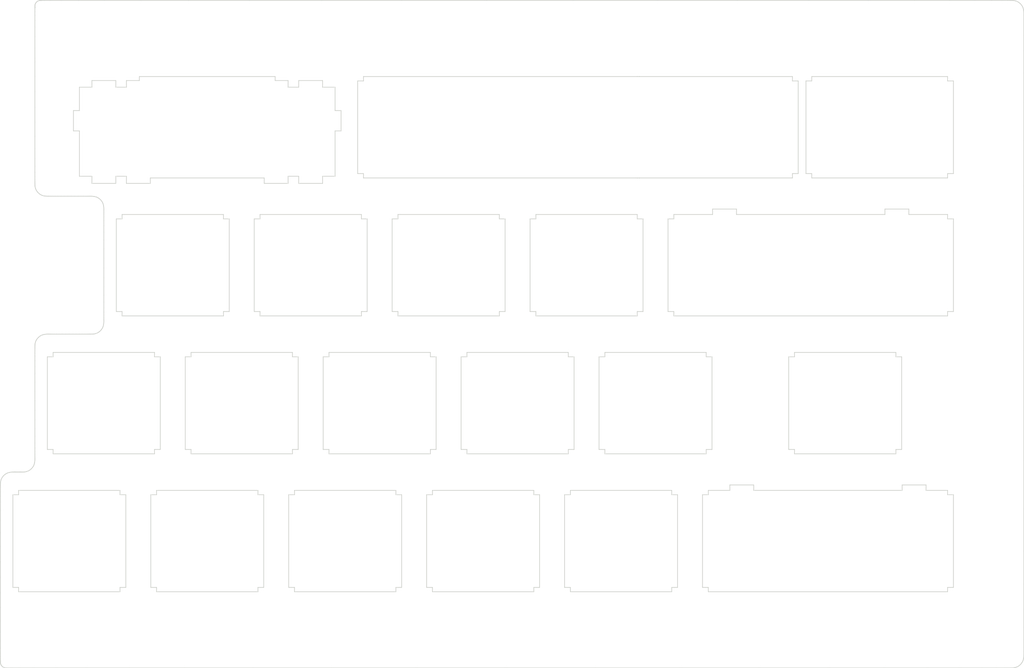
<source format=kicad_pcb>
(kicad_pcb (version 4) (host pcbnew 4.0.7)

  (general
    (links 0)
    (no_connects 0)
    (area 13.992857 21.925 166.482143 114.575)
    (thickness 1.6)
    (drawings 808)
    (tracks 0)
    (zones 0)
    (modules 7)
    (nets 1)
  )

  (page USLetter)
  (layers
    (0 F.Cu signal)
    (31 B.Cu signal)
    (32 B.Adhes user)
    (33 F.Adhes user)
    (34 B.Paste user)
    (35 F.Paste user)
    (36 B.SilkS user)
    (37 F.SilkS user)
    (38 B.Mask user)
    (39 F.Mask user)
    (40 Dwgs.User user)
    (41 Cmts.User user)
    (42 Eco1.User user)
    (43 Eco2.User user)
    (44 Edge.Cuts user)
    (45 Margin user)
    (46 B.CrtYd user)
    (47 F.CrtYd user)
    (48 B.Fab user)
    (49 F.Fab user)
  )

  (setup
    (last_trace_width 0.25)
    (trace_clearance 0.2)
    (zone_clearance 0.508)
    (zone_45_only no)
    (trace_min 0.2)
    (segment_width 0.2)
    (edge_width 0.15)
    (via_size 0.6)
    (via_drill 0.4)
    (via_min_size 0.4)
    (via_min_drill 0.3)
    (uvia_size 0.3)
    (uvia_drill 0.1)
    (uvias_allowed no)
    (uvia_min_size 0.2)
    (uvia_min_drill 0.1)
    (pcb_text_width 0.3)
    (pcb_text_size 1.5 1.5)
    (mod_edge_width 0.15)
    (mod_text_size 1 1)
    (mod_text_width 0.15)
    (pad_size 5.5 5.5)
    (pad_drill 3.2)
    (pad_to_mask_clearance 0.2)
    (aux_axis_origin 0 0)
    (visible_elements 7FFFFF7F)
    (pcbplotparams
      (layerselection 0x010c0_80000001)
      (usegerberextensions true)
      (excludeedgelayer true)
      (linewidth 0.100000)
      (plotframeref false)
      (viasonmask false)
      (mode 1)
      (useauxorigin false)
      (hpglpennumber 1)
      (hpglpenspeed 20)
      (hpglpendiameter 15)
      (hpglpenoverlay 2)
      (psnegative false)
      (psa4output false)
      (plotreference true)
      (plotvalue true)
      (plotinvisibletext false)
      (padsonsilk false)
      (subtractmaskfromsilk false)
      (outputformat 1)
      (mirror false)
      (drillshape 0)
      (scaleselection 1)
      (outputdirectory ../gerbers/fourier-right-top))
  )

  (net 0 "")

  (net_class Default "This is the default net class."
    (clearance 0.2)
    (trace_width 0.25)
    (via_dia 0.6)
    (via_drill 0.4)
    (uvia_dia 0.3)
    (uvia_drill 0.1)
  )

  (module Mounting_Holes:MountingHole_2.2mm_M2 (layer F.Cu) (tedit 5A7A0D6A) (tstamp 5A7A4DAD)
    (at 28.35 26.1)
    (descr "Mounting Hole 2.2mm, no annular, M2")
    (tags "mounting hole 2.2mm no annular m2")
    (attr virtual)
    (fp_text reference REF** (at 0 -3.2) (layer F.SilkS) hide
      (effects (font (size 1 1) (thickness 0.15)))
    )
    (fp_text value MountingHole_2.2mm_M2 (at 0 3.2) (layer F.Fab) hide
      (effects (font (size 1 1) (thickness 0.15)))
    )
    (fp_text user %R (at 0.3 0) (layer F.Fab) hide
      (effects (font (size 1 1) (thickness 0.15)))
    )
    (fp_circle (center 0 0) (end 2.2 0) (layer Cmts.User) (width 0.15))
    (fp_circle (center 0 0) (end 2.45 0) (layer F.CrtYd) (width 0.05))
    (pad 1 np_thru_hole circle (at 0 0) (size 2.2 2.2) (drill 2.2) (layers *.Cu *.Mask))
  )

  (module Mounting_Holes:MountingHole_2.2mm_M2 (layer F.Cu) (tedit 5A7A0D6A) (tstamp 5A7A4DA6)
    (at 90.025 26.125)
    (descr "Mounting Hole 2.2mm, no annular, M2")
    (tags "mounting hole 2.2mm no annular m2")
    (attr virtual)
    (fp_text reference REF** (at 0 -3.2) (layer F.SilkS) hide
      (effects (font (size 1 1) (thickness 0.15)))
    )
    (fp_text value MountingHole_2.2mm_M2 (at 0 3.2) (layer F.Fab) hide
      (effects (font (size 1 1) (thickness 0.15)))
    )
    (fp_text user %R (at 0.3 0) (layer F.Fab) hide
      (effects (font (size 1 1) (thickness 0.15)))
    )
    (fp_circle (center 0 0) (end 2.2 0) (layer Cmts.User) (width 0.15))
    (fp_circle (center 0 0) (end 2.45 0) (layer F.CrtYd) (width 0.05))
    (pad 1 np_thru_hole circle (at 0 0) (size 2.2 2.2) (drill 2.2) (layers *.Cu *.Mask))
  )

  (module Mounting_Holes:MountingHole_2.2mm_M2 (layer F.Cu) (tedit 5A7A0D6A) (tstamp 5A7A4D9F)
    (at 156.475 26.55)
    (descr "Mounting Hole 2.2mm, no annular, M2")
    (tags "mounting hole 2.2mm no annular m2")
    (attr virtual)
    (fp_text reference REF** (at 0 -3.2) (layer F.SilkS) hide
      (effects (font (size 1 1) (thickness 0.15)))
    )
    (fp_text value MountingHole_2.2mm_M2 (at 0 3.2) (layer F.Fab) hide
      (effects (font (size 1 1) (thickness 0.15)))
    )
    (fp_text user %R (at 0.3 0) (layer F.Fab) hide
      (effects (font (size 1 1) (thickness 0.15)))
    )
    (fp_circle (center 0 0) (end 2.2 0) (layer Cmts.User) (width 0.15))
    (fp_circle (center 0 0) (end 2.45 0) (layer F.CrtYd) (width 0.05))
    (pad 1 np_thru_hole circle (at 0 0) (size 2.2 2.2) (drill 2.2) (layers *.Cu *.Mask))
  )

  (module Mounting_Holes:MountingHole_2.2mm_M2 (layer F.Cu) (tedit 5A7A0D6A) (tstamp 5A7A4D98)
    (at 156.925 68.2)
    (descr "Mounting Hole 2.2mm, no annular, M2")
    (tags "mounting hole 2.2mm no annular m2")
    (attr virtual)
    (fp_text reference REF** (at 0 -3.2) (layer F.SilkS) hide
      (effects (font (size 1 1) (thickness 0.15)))
    )
    (fp_text value MountingHole_2.2mm_M2 (at 0 3.2) (layer F.Fab) hide
      (effects (font (size 1 1) (thickness 0.15)))
    )
    (fp_text user %R (at 0.3 0) (layer F.Fab) hide
      (effects (font (size 1 1) (thickness 0.15)))
    )
    (fp_circle (center 0 0) (end 2.2 0) (layer Cmts.User) (width 0.15))
    (fp_circle (center 0 0) (end 2.45 0) (layer F.CrtYd) (width 0.05))
    (pad 1 np_thru_hole circle (at 0 0) (size 2.2 2.2) (drill 2.2) (layers *.Cu *.Mask))
  )

  (module Mounting_Holes:MountingHole_2.2mm_M2 (layer F.Cu) (tedit 5A7A0D6A) (tstamp 5A7A4D91)
    (at 156.45 109.875)
    (descr "Mounting Hole 2.2mm, no annular, M2")
    (tags "mounting hole 2.2mm no annular m2")
    (attr virtual)
    (fp_text reference REF** (at 0 -3.2) (layer F.SilkS) hide
      (effects (font (size 1 1) (thickness 0.15)))
    )
    (fp_text value MountingHole_2.2mm_M2 (at 0 3.2) (layer F.Fab) hide
      (effects (font (size 1 1) (thickness 0.15)))
    )
    (fp_text user %R (at 0.3 0) (layer F.Fab) hide
      (effects (font (size 1 1) (thickness 0.15)))
    )
    (fp_circle (center 0 0) (end 2.2 0) (layer Cmts.User) (width 0.15))
    (fp_circle (center 0 0) (end 2.45 0) (layer F.CrtYd) (width 0.05))
    (pad 1 np_thru_hole circle (at 0 0) (size 2.2 2.2) (drill 2.2) (layers *.Cu *.Mask))
  )

  (module Mounting_Holes:MountingHole_2.2mm_M2 (layer F.Cu) (tedit 5A7A0D6A) (tstamp 5A7A4D8A)
    (at 90.025 110.3)
    (descr "Mounting Hole 2.2mm, no annular, M2")
    (tags "mounting hole 2.2mm no annular m2")
    (attr virtual)
    (fp_text reference REF** (at 0 -3.2) (layer F.SilkS) hide
      (effects (font (size 1 1) (thickness 0.15)))
    )
    (fp_text value MountingHole_2.2mm_M2 (at 0 3.2) (layer F.Fab) hide
      (effects (font (size 1 1) (thickness 0.15)))
    )
    (fp_text user %R (at 0.3 0) (layer F.Fab) hide
      (effects (font (size 1 1) (thickness 0.15)))
    )
    (fp_circle (center 0 0) (end 2.2 0) (layer Cmts.User) (width 0.15))
    (fp_circle (center 0 0) (end 2.45 0) (layer F.CrtYd) (width 0.05))
    (pad 1 np_thru_hole circle (at 0 0) (size 2.2 2.2) (drill 2.2) (layers *.Cu *.Mask))
  )

  (module Mounting_Holes:MountingHole_2.2mm_M2 (layer F.Cu) (tedit 5A7A0D6A) (tstamp 5A7A4D68)
    (at 23.55 110.3)
    (descr "Mounting Hole 2.2mm, no annular, M2")
    (tags "mounting hole 2.2mm no annular m2")
    (attr virtual)
    (fp_text reference REF** (at 0 -3.2) (layer F.SilkS) hide
      (effects (font (size 1 1) (thickness 0.15)))
    )
    (fp_text value MountingHole_2.2mm_M2 (at 0 3.2) (layer F.Fab) hide
      (effects (font (size 1 1) (thickness 0.15)))
    )
    (fp_text user %R (at 0.3 0) (layer F.Fab) hide
      (effects (font (size 1 1) (thickness 0.15)))
    )
    (fp_circle (center 0 0) (end 2.2 0) (layer Cmts.User) (width 0.15))
    (fp_circle (center 0 0) (end 2.45 0) (layer F.CrtYd) (width 0.05))
    (pad 1 np_thru_hole circle (at 0 0) (size 2.2 2.2) (drill 2.2) (layers *.Cu *.Mask))
  )

  (gr_line (start 24.323056 30.108332) (end 24.323056 30.108332) (layer Edge.Cuts) (width 0.1))
  (gr_line (start 24.323056 25.842692) (end 24.323056 27.113745) (layer Edge.Cuts) (width 0.1))
  (gr_line (start 24.323056 24.873472) (end 24.323056 25.842692) (layer Edge.Cuts) (width 0.1))
  (gr_line (start 24.323056 24.16517) (end 24.323056 24.873472) (layer Edge.Cuts) (width 0.1))
  (gr_line (start 24.323056 23.67687) (end 24.323056 24.16517) (layer Edge.Cuts) (width 0.1))
  (gr_line (start 24.323056 23.367657) (end 24.323056 23.67687) (layer Edge.Cuts) (width 0.1))
  (gr_line (start 24.323056 23.196617) (end 24.323056 23.367657) (layer Edge.Cuts) (width 0.1))
  (gr_line (start 24.323056 23.122834) (end 24.323056 23.196617) (layer Edge.Cuts) (width 0.1))
  (gr_line (start 24.323056 23.105393) (end 24.323056 23.122834) (layer Edge.Cuts) (width 0.1))
  (gr_line (start 24.323056 23.104989) (end 24.323056 23.105393) (layer Edge.Cuts) (width 0.1))
  (gr_line (start 24.323056 23.10436) (end 24.323056 23.104989) (layer Edge.Cuts) (width 0.1))
  (gr_line (start 24.323056 23.102211) (end 24.323056 23.10436) (layer Edge.Cuts) (width 0.1))
  (gr_line (start 24.323056 23.097606) (end 24.323056 23.102211) (layer Edge.Cuts) (width 0.1))
  (gr_line (start 24.323056 23.089608) (end 24.323056 23.097606) (layer Edge.Cuts) (width 0.1))
  (gr_line (start 24.323056 23.077282) (end 24.323056 23.089608) (layer Edge.Cuts) (width 0.1))
  (gr_line (start 24.323056 23.05969) (end 24.323056 23.077282) (layer Edge.Cuts) (width 0.1))
  (gr_line (start 24.323056 23.035896) (end 24.323056 23.05969) (layer Edge.Cuts) (width 0.1))
  (gr_line (start 24.323058 23.00497) (end 24.323056 23.035896) (layer Edge.Cuts) (width 0.1))
  (gr_line (start 24.323301 22.96662) (end 24.323058 23.00497) (layer Edge.Cuts) (width 0.1))
  (gr_line (start 24.324489 22.921813) (end 24.323301 22.96662) (layer Edge.Cuts) (width 0.1))
  (gr_line (start 24.327383 22.871664) (end 24.324489 22.921813) (layer Edge.Cuts) (width 0.1))
  (gr_line (start 24.33274 22.817285) (end 24.327383 22.871664) (layer Edge.Cuts) (width 0.1))
  (gr_line (start 24.34132 22.759791) (end 24.33274 22.817285) (layer Edge.Cuts) (width 0.1))
  (gr_line (start 24.353882 22.700294) (end 24.34132 22.759791) (layer Edge.Cuts) (width 0.1))
  (gr_line (start 24.371186 22.63991) (end 24.353882 22.700294) (layer Edge.Cuts) (width 0.1))
  (gr_line (start 24.39399 22.579751) (end 24.371186 22.63991) (layer Edge.Cuts) (width 0.1))
  (gr_line (start 24.422906 22.520873) (end 24.39399 22.579751) (layer Edge.Cuts) (width 0.1))
  (gr_line (start 24.457676 22.463985) (end 24.422906 22.520873) (layer Edge.Cuts) (width 0.1))
  (gr_line (start 24.497717 22.40967) (end 24.457676 22.463985) (layer Edge.Cuts) (width 0.1))
  (gr_line (start 24.542447 22.358509) (end 24.497717 22.40967) (layer Edge.Cuts) (width 0.1))
  (gr_line (start 24.591286 22.311084) (end 24.542447 22.358509) (layer Edge.Cuts) (width 0.1))
  (gr_line (start 24.643651 22.267978) (end 24.591286 22.311084) (layer Edge.Cuts) (width 0.1))
  (gr_line (start 24.698961 22.22977) (end 24.643651 22.267978) (layer Edge.Cuts) (width 0.1))
  (gr_line (start 24.756633 22.197044) (end 24.698961 22.22977) (layer Edge.Cuts) (width 0.1))
  (gr_line (start 24.816076 22.170355) (end 24.756633 22.197044) (layer Edge.Cuts) (width 0.1))
  (gr_line (start 24.876445 22.149622) (end 24.816076 22.170355) (layer Edge.Cuts) (width 0.1))
  (gr_line (start 24.936637 22.134115) (end 24.876445 22.149622) (layer Edge.Cuts) (width 0.1))
  (gr_line (start 24.99554 22.123076) (end 24.936637 22.134115) (layer Edge.Cuts) (width 0.1))
  (gr_line (start 25.052039 22.115745) (end 24.99554 22.123076) (layer Edge.Cuts) (width 0.1))
  (gr_line (start 25.10502 22.111363) (end 25.052039 22.115745) (layer Edge.Cuts) (width 0.1))
  (gr_line (start 25.153371 22.109172) (end 25.10502 22.111363) (layer Edge.Cuts) (width 0.1))
  (gr_line (start 25.195978 22.108412) (end 25.153371 22.109172) (layer Edge.Cuts) (width 0.1))
  (gr_line (start 25.231784 22.108324) (end 25.195978 22.108412) (layer Edge.Cuts) (width 0.1))
  (gr_line (start 25.312443 22.108323) (end 25.231784 22.108324) (layer Edge.Cuts) (width 0.1))
  (gr_line (start 25.63963 22.10832) (end 25.312443 22.108323) (layer Edge.Cuts) (width 0.1))
  (gr_line (start 26.441532 22.108312) (end 25.63963 22.10832) (layer Edge.Cuts) (width 0.1))
  (gr_line (start 27.946334 22.108299) (end 26.441532 22.108312) (layer Edge.Cuts) (width 0.1))
  (gr_line (start 30.382224 22.108276) (end 27.946334 22.108299) (layer Edge.Cuts) (width 0.1))
  (gr_line (start 33.977388 22.108243) (end 30.382224 22.108276) (layer Edge.Cuts) (width 0.1))
  (gr_line (start 38.960013 22.108197) (end 33.977388 22.108243) (layer Edge.Cuts) (width 0.1))
  (gr_line (start 45.558286 22.108136) (end 38.960013 22.108197) (layer Edge.Cuts) (width 0.1))
  (gr_line (start 53.954713 22.108058) (end 45.558286 22.108136) (layer Edge.Cuts) (width 0.1))
  (gr_line (start 63.917485 22.107966) (end 53.954713 22.108058) (layer Edge.Cuts) (width 0.1))
  (gr_line (start 74.994157 22.107864) (end 63.917485 22.107966) (layer Edge.Cuts) (width 0.1))
  (gr_line (start 86.730226 22.107756) (end 74.994157 22.107864) (layer Edge.Cuts) (width 0.1))
  (gr_line (start 98.671193 22.107645) (end 86.730226 22.107756) (layer Edge.Cuts) (width 0.1))
  (gr_line (start 110.362558 22.107537) (end 98.671193 22.107645) (layer Edge.Cuts) (width 0.1))
  (gr_line (start 121.349819 22.107436) (end 110.362558 22.107537) (layer Edge.Cuts) (width 0.1))
  (gr_line (start 131.178477 22.107345) (end 121.349819 22.107436) (layer Edge.Cuts) (width 0.1))
  (gr_line (start 139.399376 22.107269) (end 131.178477 22.107345) (layer Edge.Cuts) (width 0.1))
  (gr_line (start 145.829002 22.10721) (end 139.399376 22.107269) (layer Edge.Cuts) (width 0.1))
  (gr_line (start 150.66671 22.107165) (end 145.829002 22.10721) (layer Edge.Cuts) (width 0.1))
  (gr_line (start 154.141628 22.107133) (end 150.66671 22.107165) (layer Edge.Cuts) (width 0.1))
  (gr_line (start 156.482888 22.107111) (end 154.141628 22.107133) (layer Edge.Cuts) (width 0.1))
  (gr_line (start 157.91962 22.107098) (end 156.482888 22.107111) (layer Edge.Cuts) (width 0.1))
  (gr_line (start 158.680953 22.107091) (end 157.91962 22.107098) (layer Edge.Cuts) (width 0.1))
  (gr_line (start 158.996018 22.107088) (end 158.680953 22.107091) (layer Edge.Cuts) (width 0.1))
  (gr_line (start 159.093945 22.107087) (end 158.996018 22.107088) (layer Edge.Cuts) (width 0.1))
  (gr_line (start 159.167168 22.107328) (end 159.093945 22.107087) (layer Edge.Cuts) (width 0.1))
  (gr_line (start 159.25394 22.109068) (end 159.167168 22.107328) (layer Edge.Cuts) (width 0.1))
  (gr_line (start 159.352025 22.113831) (end 159.25394 22.109068) (layer Edge.Cuts) (width 0.1))
  (gr_line (start 159.459188 22.123141) (end 159.352025 22.113831) (layer Edge.Cuts) (width 0.1))
  (gr_line (start 159.573192 22.138521) (end 159.459188 22.123141) (layer Edge.Cuts) (width 0.1))
  (gr_line (start 159.691801 22.161497) (end 159.573192 22.138521) (layer Edge.Cuts) (width 0.1))
  (gr_line (start 159.81278 22.193591) (end 159.691801 22.161497) (layer Edge.Cuts) (width 0.1))
  (gr_line (start 159.933893 22.236329) (end 159.81278 22.193591) (layer Edge.Cuts) (width 0.1))
  (gr_line (start 160.052944 22.291133) (end 159.933893 22.236329) (layer Edge.Cuts) (width 0.1))
  (gr_line (start 160.168315 22.357968) (end 160.052944 22.291133) (layer Edge.Cuts) (width 0.1))
  (gr_line (start 160.278828 22.435693) (end 160.168315 22.357968) (layer Edge.Cuts) (width 0.1))
  (gr_line (start 160.383315 22.52314) (end 160.278828 22.435693) (layer Edge.Cuts) (width 0.1))
  (gr_line (start 160.480608 22.61914) (end 160.383315 22.52314) (layer Edge.Cuts) (width 0.1))
  (gr_line (start 160.569538 22.722527) (end 160.480608 22.61914) (layer Edge.Cuts) (width 0.1))
  (gr_line (start 160.648938 22.832132) (end 160.569538 22.722527) (layer Edge.Cuts) (width 0.1))
  (gr_line (start 160.717639 22.946786) (end 160.648938 22.832132) (layer Edge.Cuts) (width 0.1))
  (gr_line (start 160.774479 23.06532) (end 160.717639 22.946786) (layer Edge.Cuts) (width 0.1))
  (gr_line (start 160.819108 23.186241) (end 160.774479 23.06532) (layer Edge.Cuts) (width 0.1))
  (gr_line (start 160.852844 23.307395) (end 160.819108 23.186241) (layer Edge.Cuts) (width 0.1))
  (gr_line (start 160.877211 23.426546) (end 160.852844 23.307395) (layer Edge.Cuts) (width 0.1))
  (gr_line (start 160.893733 23.541458) (end 160.877211 23.426546) (layer Edge.Cuts) (width 0.1))
  (gr_line (start 160.903935 23.649895) (end 160.893733 23.541458) (layer Edge.Cuts) (width 0.1))
  (gr_line (start 160.909339 23.749622) (end 160.903935 23.649895) (layer Edge.Cuts) (width 0.1))
  (gr_line (start 160.911471 23.838402) (end 160.909339 23.749622) (layer Edge.Cuts) (width 0.1))
  (gr_line (start 160.911854 23.913999) (end 160.911471 23.838402) (layer Edge.Cuts) (width 0.1))
  (gr_line (start 160.911855 23.990093) (end 160.911854 23.913999) (layer Edge.Cuts) (width 0.1))
  (gr_line (start 160.911855 24.180023) (end 160.911855 23.990093) (layer Edge.Cuts) (width 0.1))
  (gr_line (start 160.911855 24.63562) (end 160.911855 24.180023) (layer Edge.Cuts) (width 0.1))
  (gr_line (start 160.911855 25.508799) (end 160.911855 24.63562) (layer Edge.Cuts) (width 0.1))
  (gr_line (start 160.911855 26.951475) (end 160.911855 25.508799) (layer Edge.Cuts) (width 0.1))
  (gr_line (start 160.911855 29.115561) (end 160.911855 26.951475) (layer Edge.Cuts) (width 0.1))
  (gr_line (start 160.911855 32.152974) (end 160.911855 29.115561) (layer Edge.Cuts) (width 0.1))
  (gr_line (start 160.911855 36.215627) (end 160.911855 32.152974) (layer Edge.Cuts) (width 0.1))
  (gr_line (start 160.911855 41.447341) (end 160.911855 36.215627) (layer Edge.Cuts) (width 0.1))
  (gr_line (start 160.911855 47.782372) (end 160.911855 41.447341) (layer Edge.Cuts) (width 0.1))
  (gr_line (start 160.911855 54.931525) (end 160.911855 47.782372) (layer Edge.Cuts) (width 0.1))
  (gr_line (start 160.911855 62.594731) (end 160.911855 54.931525) (layer Edge.Cuts) (width 0.1))
  (gr_line (start 160.911855 70.471922) (end 160.911855 62.594731) (layer Edge.Cuts) (width 0.1))
  (gr_line (start 160.911855 78.263027) (end 160.911855 70.471922) (layer Edge.Cuts) (width 0.1))
  (gr_line (start 160.911855 85.667977) (end 160.911855 78.263027) (layer Edge.Cuts) (width 0.1))
  (gr_line (start 160.911855 92.386703) (end 160.911855 85.667977) (layer Edge.Cuts) (width 0.1))
  (gr_line (start 160.911855 98.119207) (end 160.911855 92.386703) (layer Edge.Cuts) (width 0.1))
  (gr_line (start 160.911855 102.665022) (end 160.911855 98.119207) (layer Edge.Cuts) (width 0.1))
  (gr_line (start 160.911855 106.120847) (end 160.911855 102.665022) (layer Edge.Cuts) (width 0.1))
  (gr_line (start 160.911855 108.638595) (end 160.911855 106.120847) (layer Edge.Cuts) (width 0.1))
  (gr_line (start 160.911855 110.370181) (end 160.911855 108.638595) (layer Edge.Cuts) (width 0.1))
  (gr_line (start 160.911855 111.46752) (end 160.911855 110.370181) (layer Edge.Cuts) (width 0.1))
  (gr_line (start 160.911855 112.082527) (end 160.911855 111.46752) (layer Edge.Cuts) (width 0.1))
  (gr_line (start 160.911855 112.367115) (end 160.911855 112.082527) (layer Edge.Cuts) (width 0.1))
  (gr_line (start 160.911855 112.473201) (end 160.911855 112.367115) (layer Edge.Cuts) (width 0.1))
  (gr_line (start 160.91176 112.543056) (end 160.911855 112.473201) (layer Edge.Cuts) (width 0.1))
  (gr_line (start 160.910559 112.626489) (end 160.91176 112.543056) (layer Edge.Cuts) (width 0.1))
  (gr_line (start 160.906736 112.721823) (end 160.910559 112.626489) (layer Edge.Cuts) (width 0.1))
  (gr_line (start 160.898766 112.82682) (end 160.906736 112.721823) (layer Edge.Cuts) (width 0.1))
  (gr_line (start 160.885124 112.939245) (end 160.898766 112.82682) (layer Edge.Cuts) (width 0.1))
  (gr_line (start 160.864287 113.056862) (end 160.885124 112.939245) (layer Edge.Cuts) (width 0.1))
  (gr_line (start 160.834731 113.177435) (end 160.864287 113.056862) (layer Edge.Cuts) (width 0.1))
  (gr_line (start 160.794932 113.298728) (end 160.834731 113.177435) (layer Edge.Cuts) (width 0.1))
  (gr_line (start 160.743385 113.418513) (end 160.794932 113.298728) (layer Edge.Cuts) (width 0.1))
  (gr_line (start 160.679599 113.534964) (end 160.743385 113.418513) (layer Edge.Cuts) (width 0.1))
  (gr_line (start 160.604618 113.646863) (end 160.679599 113.534964) (layer Edge.Cuts) (width 0.1))
  (gr_line (start 160.519608 113.753043) (end 160.604618 113.646863) (layer Edge.Cuts) (width 0.1))
  (gr_line (start 160.425738 113.852334) (end 160.519608 113.753043) (layer Edge.Cuts) (width 0.1))
  (gr_line (start 160.324176 113.94357) (end 160.425738 113.852334) (layer Edge.Cuts) (width 0.1))
  (gr_line (start 160.21609 114.025581) (end 160.324176 113.94357) (layer Edge.Cuts) (width 0.1))
  (gr_line (start 160.102647 114.097201) (end 160.21609 114.025581) (layer Edge.Cuts) (width 0.1))
  (gr_line (start 159.985017 114.15726) (end 160.102647 114.097201) (layer Edge.Cuts) (width 0.1))
  (gr_line (start 159.864527 114.204998) (end 159.985017 114.15726) (layer Edge.Cuts) (width 0.1))
  (gr_line (start 159.743219 114.241443) (end 159.864527 114.204998) (layer Edge.Cuts) (width 0.1))
  (gr_line (start 159.623327 114.268119) (end 159.743219 114.241443) (layer Edge.Cuts) (width 0.1))
  (gr_line (start 159.507087 114.286552) (end 159.623327 114.268119) (layer Edge.Cuts) (width 0.1))
  (gr_line (start 159.396736 114.298263) (end 159.507087 114.286552) (layer Edge.Cuts) (width 0.1))
  (gr_line (start 159.294509 114.304779) (end 159.396736 114.298263) (layer Edge.Cuts) (width 0.1))
  (gr_line (start 159.202643 114.307622) (end 159.294509 114.304779) (layer Edge.Cuts) (width 0.1))
  (gr_line (start 159.123372 114.308316) (end 159.202643 114.307622) (layer Edge.Cuts) (width 0.1))
  (gr_line (start 159.050729 114.308333) (end 159.123372 114.308316) (layer Edge.Cuts) (width 0.1))
  (gr_line (start 158.851089 114.308333) (end 159.050729 114.308333) (layer Edge.Cuts) (width 0.1))
  (gr_line (start 158.289981 114.308333) (end 158.851089 114.308333) (layer Edge.Cuts) (width 0.1))
  (gr_line (start 157.130183 114.308333) (end 158.289981 114.308333) (layer Edge.Cuts) (width 0.1))
  (gr_line (start 155.134479 114.308333) (end 157.130183 114.308333) (layer Edge.Cuts) (width 0.1))
  (gr_line (start 152.065648 114.308333) (end 155.134479 114.308333) (layer Edge.Cuts) (width 0.1))
  (gr_line (start 147.686472 114.308333) (end 152.065648 114.308333) (layer Edge.Cuts) (width 0.1))
  (gr_line (start 141.759732 114.308333) (end 147.686472 114.308333) (layer Edge.Cuts) (width 0.1))
  (gr_line (start 134.04935 114.308333) (end 141.759732 114.308333) (layer Edge.Cuts) (width 0.1))
  (gr_line (start 124.525313 114.308333) (end 134.04935 114.308333) (layer Edge.Cuts) (width 0.1))
  (gr_line (start 113.600816 114.308333) (end 124.525313 114.308333) (layer Edge.Cuts) (width 0.1))
  (gr_line (start 101.746536 114.308333) (end 113.600816 114.308333) (layer Edge.Cuts) (width 0.1))
  (gr_line (start 89.433152 114.308333) (end 101.746536 114.308333) (layer Edge.Cuts) (width 0.1))
  (gr_line (start 77.131342 114.308333) (end 89.433152 114.308333) (layer Edge.Cuts) (width 0.1))
  (gr_line (start 65.311784 114.308332) (end 77.131342 114.308333) (layer Edge.Cuts) (width 0.1))
  (gr_line (start 54.445157 114.308332) (end 65.311784 114.308332) (layer Edge.Cuts) (width 0.1))
  (gr_line (start 45.002139 114.308332) (end 54.445157 114.308332) (layer Edge.Cuts) (width 0.1))
  (gr_line (start 37.384548 114.308332) (end 45.002139 114.308332) (layer Edge.Cuts) (width 0.1))
  (gr_line (start 31.540339 114.308332) (end 37.384548 114.308332) (layer Edge.Cuts) (width 0.1))
  (gr_line (start 27.233747 114.308332) (end 31.540339 114.308332) (layer Edge.Cuts) (width 0.1))
  (gr_line (start 24.22849 114.308332) (end 27.233747 114.308332) (layer Edge.Cuts) (width 0.1))
  (gr_line (start 22.288287 114.308332) (end 24.22849 114.308332) (layer Edge.Cuts) (width 0.1))
  (gr_line (start 21.176853 114.308332) (end 22.288287 114.308332) (layer Edge.Cuts) (width 0.1))
  (gr_line (start 20.657907 114.308332) (end 21.176853 114.308332) (layer Edge.Cuts) (width 0.1))
  (gr_line (start 20.495167 114.308332) (end 20.657907 114.308332) (layer Edge.Cuts) (width 0.1))
  (gr_line (start 20.456177 114.30832) (end 20.495167 114.308332) (layer Edge.Cuts) (width 0.1))
  (gr_line (start 20.416064 114.307936) (end 20.456177 114.30832) (layer Edge.Cuts) (width 0.1))
  (gr_line (start 20.369685 114.306437) (end 20.416064 114.307936) (layer Edge.Cuts) (width 0.1))
  (gr_line (start 20.318164 114.303057) (end 20.369685 114.306437) (layer Edge.Cuts) (width 0.1))
  (gr_line (start 20.262621 114.297033) (end 20.318164 114.303057) (layer Edge.Cuts) (width 0.1))
  (gr_line (start 20.204179 114.287598) (end 20.262621 114.297033) (layer Edge.Cuts) (width 0.1))
  (gr_line (start 20.143959 114.27399) (end 20.204179 114.287598) (layer Edge.Cuts) (width 0.1))
  (gr_line (start 20.083084 114.255442) (end 20.143959 114.27399) (layer Edge.Cuts) (width 0.1))
  (gr_line (start 20.022675 114.23119) (end 20.083084 114.255442) (layer Edge.Cuts) (width 0.1))
  (gr_line (start 19.963741 114.200755) (end 20.022675 114.23119) (layer Edge.Cuts) (width 0.1))
  (gr_line (start 19.906937 114.164548) (end 19.963741 114.200755) (layer Edge.Cuts) (width 0.1))
  (gr_line (start 19.85285 114.123156) (end 19.906937 114.164548) (layer Edge.Cuts) (width 0.1))
  (gr_line (start 19.802065 114.077164) (end 19.85285 114.123156) (layer Edge.Cuts) (width 0.1))
  (gr_line (start 19.755168 114.027158) (end 19.802065 114.077164) (layer Edge.Cuts) (width 0.1))
  (gr_line (start 19.712746 113.973725) (end 19.755168 114.027158) (layer Edge.Cuts) (width 0.1))
  (gr_line (start 19.675385 113.917451) (end 19.712746 113.973725) (layer Edge.Cuts) (width 0.1))
  (gr_line (start 19.643671 113.858922) (end 19.675385 113.917451) (layer Edge.Cuts) (width 0.1))
  (gr_line (start 19.618111 113.798755) (end 19.643671 113.858922) (layer Edge.Cuts) (width 0.1))
  (gr_line (start 19.598411 113.737885) (end 19.618111 113.798755) (layer Edge.Cuts) (width 0.1))
  (gr_line (start 19.583814 113.677431) (end 19.598411 113.737885) (layer Edge.Cuts) (width 0.1))
  (gr_line (start 19.573554 113.618516) (end 19.583814 113.677431) (layer Edge.Cuts) (width 0.1))
  (gr_line (start 19.566867 113.562262) (end 19.573554 113.618516) (layer Edge.Cuts) (width 0.1))
  (gr_line (start 19.562988 113.509789) (end 19.566867 113.562262) (layer Edge.Cuts) (width 0.1))
  (gr_line (start 19.561152 113.462221) (end 19.562988 113.509789) (layer Edge.Cuts) (width 0.1))
  (gr_line (start 19.560595 113.420679) (end 19.561152 113.462221) (layer Edge.Cuts) (width 0.1))
  (gr_line (start 19.560556 113.386032) (end 19.560595 113.420679) (layer Edge.Cuts) (width 0.1))
  (gr_line (start 19.560556 113.343393) (end 19.560556 113.386032) (layer Edge.Cuts) (width 0.1))
  (gr_line (start 19.560556 113.25309) (end 19.560556 113.343393) (layer Edge.Cuts) (width 0.1))
  (gr_line (start 19.560556 113.073277) (end 19.560556 113.25309) (layer Edge.Cuts) (width 0.1))
  (gr_line (start 19.560556 112.762108) (end 19.560556 113.073277) (layer Edge.Cuts) (width 0.1))
  (gr_line (start 19.560556 112.277738) (end 19.560556 112.762108) (layer Edge.Cuts) (width 0.1))
  (gr_line (start 19.560556 111.578321) (end 19.560556 112.277738) (layer Edge.Cuts) (width 0.1))
  (gr_line (start 19.560556 110.622011) (end 19.560556 111.578321) (layer Edge.Cuts) (width 0.1))
  (gr_line (start 19.560556 109.366961) (end 19.560556 110.622011) (layer Edge.Cuts) (width 0.1))
  (gr_line (start 19.560556 107.789042) (end 19.560556 109.366961) (layer Edge.Cuts) (width 0.1))
  (gr_line (start 19.560556 105.946264) (end 19.560556 107.789042) (layer Edge.Cuts) (width 0.1))
  (gr_line (start 19.560556 103.92043) (end 19.560556 105.946264) (layer Edge.Cuts) (width 0.1))
  (gr_line (start 19.560556 101.793345) (end 19.560556 103.92043) (layer Edge.Cuts) (width 0.1))
  (gr_line (start 19.560556 99.646815) (end 19.560556 101.793345) (layer Edge.Cuts) (width 0.1))
  (gr_line (start 19.560556 97.562645) (end 19.560556 99.646815) (layer Edge.Cuts) (width 0.1))
  (gr_line (start 19.560556 95.62264) (end 19.560556 97.562645) (layer Edge.Cuts) (width 0.1))
  (gr_line (start 19.560556 93.908604) (end 19.560556 95.62264) (layer Edge.Cuts) (width 0.1))
  (gr_line (start 19.560556 92.498421) (end 19.560556 93.908604) (layer Edge.Cuts) (width 0.1))
  (gr_line (start 19.560556 91.404727) (end 19.560556 92.498421) (layer Edge.Cuts) (width 0.1))
  (gr_line (start 19.560556 90.586345) (end 19.560556 91.404727) (layer Edge.Cuts) (width 0.1))
  (gr_line (start 19.560556 90.000494) (end 19.560556 90.586345) (layer Edge.Cuts) (width 0.1))
  (gr_line (start 19.560556 89.604391) (end 19.560556 90.000494) (layer Edge.Cuts) (width 0.1))
  (gr_line (start 19.560556 89.355253) (end 19.560556 89.604391) (layer Edge.Cuts) (width 0.1))
  (gr_line (start 19.560556 89.210299) (end 19.560556 89.355253) (layer Edge.Cuts) (width 0.1))
  (gr_line (start 19.560556 89.126746) (end 19.560556 89.210299) (layer Edge.Cuts) (width 0.1))
  (gr_line (start 19.560558 89.061867) (end 19.560556 89.126746) (layer Edge.Cuts) (width 0.1))
  (gr_line (start 19.560991 88.98557) (end 19.560558 89.061867) (layer Edge.Cuts) (width 0.1))
  (gr_line (start 19.563248 88.8962) (end 19.560991 88.98557) (layer Edge.Cuts) (width 0.1))
  (gr_line (start 19.568853 88.795994) (end 19.563248 88.8962) (layer Edge.Cuts) (width 0.1))
  (gr_line (start 19.57933 88.687186) (end 19.568853 88.795994) (layer Edge.Cuts) (width 0.1))
  (gr_line (start 19.596202 88.572014) (end 19.57933 88.687186) (layer Edge.Cuts) (width 0.1))
  (gr_line (start 19.620994 88.452713) (end 19.596202 88.572014) (layer Edge.Cuts) (width 0.1))
  (gr_line (start 19.65523 88.331519) (end 19.620994 88.452713) (layer Edge.Cuts) (width 0.1))
  (gr_line (start 19.700433 88.210668) (end 19.65523 88.331519) (layer Edge.Cuts) (width 0.1))
  (gr_line (start 19.75788 88.092297) (end 19.700433 88.210668) (layer Edge.Cuts) (width 0.1))
  (gr_line (start 19.827134 87.977864) (end 19.75788 88.092297) (layer Edge.Cuts) (width 0.1))
  (gr_line (start 19.907029 87.868538) (end 19.827134 87.977864) (layer Edge.Cuts) (width 0.1))
  (gr_line (start 19.996396 87.765488) (end 19.907029 87.868538) (layer Edge.Cuts) (width 0.1))
  (gr_line (start 20.094069 87.669881) (end 19.996396 87.765488) (layer Edge.Cuts) (width 0.1))
  (gr_line (start 20.198878 87.582885) (end 20.094069 87.669881) (layer Edge.Cuts) (width 0.1))
  (gr_line (start 20.309657 87.505668) (end 20.198878 87.582885) (layer Edge.Cuts) (width 0.1))
  (gr_line (start 20.425236 87.439399) (end 20.309657 87.505668) (layer Edge.Cuts) (width 0.1))
  (gr_line (start 20.544432 87.385206) (end 20.425236 87.439399) (layer Edge.Cuts) (width 0.1))
  (gr_line (start 20.66559 87.343027) (end 20.544432 87.385206) (layer Edge.Cuts) (width 0.1))
  (gr_line (start 20.786504 87.311416) (end 20.66559 87.343027) (layer Edge.Cuts) (width 0.1))
  (gr_line (start 20.904938 87.288848) (end 20.786504 87.311416) (layer Edge.Cuts) (width 0.1))
  (gr_line (start 21.018657 87.273801) (end 20.904938 87.288848) (layer Edge.Cuts) (width 0.1))
  (gr_line (start 21.125424 87.26475) (end 21.018657 87.273801) (layer Edge.Cuts) (width 0.1))
  (gr_line (start 21.223005 87.260171) (end 21.125424 87.26475) (layer Edge.Cuts) (width 0.1))
  (gr_line (start 21.309162 87.258539) (end 21.223005 87.260171) (layer Edge.Cuts) (width 0.1))
  (gr_line (start 21.381661 87.258332) (end 21.309162 87.258539) (layer Edge.Cuts) (width 0.1))
  (gr_line (start 21.439355 87.258332) (end 21.381661 87.258332) (layer Edge.Cuts) (width 0.1))
  (gr_line (start 21.484683 87.258332) (end 21.439355 87.258332) (layer Edge.Cuts) (width 0.1))
  (gr_line (start 21.520819 87.258332) (end 21.484683 87.258332) (layer Edge.Cuts) (width 0.1))
  (gr_line (start 21.550934 87.258332) (end 21.520819 87.258332) (layer Edge.Cuts) (width 0.1))
  (gr_line (start 21.578205 87.258332) (end 21.550934 87.258332) (layer Edge.Cuts) (width 0.1))
  (gr_line (start 21.605803 87.258332) (end 21.578205 87.258332) (layer Edge.Cuts) (width 0.1))
  (gr_line (start 21.636903 87.258332) (end 21.605803 87.258332) (layer Edge.Cuts) (width 0.1))
  (gr_line (start 21.674678 87.258332) (end 21.636903 87.258332) (layer Edge.Cuts) (width 0.1))
  (gr_line (start 21.721988 87.258332) (end 21.674678 87.258332) (layer Edge.Cuts) (width 0.1))
  (gr_line (start 21.778325 87.258332) (end 21.721988 87.258332) (layer Edge.Cuts) (width 0.1))
  (gr_line (start 21.84113 87.258332) (end 21.778325 87.258332) (layer Edge.Cuts) (width 0.1))
  (gr_line (start 21.907816 87.258332) (end 21.84113 87.258332) (layer Edge.Cuts) (width 0.1))
  (gr_line (start 21.975796 87.258332) (end 21.907816 87.258332) (layer Edge.Cuts) (width 0.1))
  (gr_line (start 22.042482 87.258332) (end 21.975796 87.258332) (layer Edge.Cuts) (width 0.1))
  (gr_line (start 22.105287 87.258332) (end 22.042482 87.258332) (layer Edge.Cuts) (width 0.1))
  (gr_line (start 22.161624 87.258332) (end 22.105287 87.258332) (layer Edge.Cuts) (width 0.1))
  (gr_line (start 22.208934 87.258332) (end 22.161624 87.258332) (layer Edge.Cuts) (width 0.1))
  (gr_line (start 22.246709 87.258332) (end 22.208934 87.258332) (layer Edge.Cuts) (width 0.1))
  (gr_line (start 22.277809 87.258332) (end 22.246709 87.258332) (layer Edge.Cuts) (width 0.1))
  (gr_line (start 22.305407 87.258332) (end 22.277809 87.258332) (layer Edge.Cuts) (width 0.1))
  (gr_line (start 22.332678 87.258332) (end 22.305407 87.258332) (layer Edge.Cuts) (width 0.1))
  (gr_line (start 22.362793 87.258332) (end 22.332678 87.258332) (layer Edge.Cuts) (width 0.1))
  (gr_line (start 22.398929 87.258332) (end 22.362793 87.258332) (layer Edge.Cuts) (width 0.1))
  (gr_line (start 22.444257 87.258332) (end 22.398929 87.258332) (layer Edge.Cuts) (width 0.1))
  (gr_line (start 22.501951 87.258332) (end 22.444257 87.258332) (layer Edge.Cuts) (width 0.1))
  (gr_line (start 22.57445 87.258125) (end 22.501951 87.258332) (layer Edge.Cuts) (width 0.1))
  (gr_line (start 22.660607 87.256493) (end 22.57445 87.258125) (layer Edge.Cuts) (width 0.1))
  (gr_line (start 22.758188 87.251914) (end 22.660607 87.256493) (layer Edge.Cuts) (width 0.1))
  (gr_line (start 22.864955 87.242863) (end 22.758188 87.251914) (layer Edge.Cuts) (width 0.1))
  (gr_line (start 22.978674 87.227815) (end 22.864955 87.242863) (layer Edge.Cuts) (width 0.1))
  (gr_line (start 23.097108 87.205248) (end 22.978674 87.227815) (layer Edge.Cuts) (width 0.1))
  (gr_line (start 23.218022 87.173637) (end 23.097108 87.205248) (layer Edge.Cuts) (width 0.1))
  (gr_line (start 23.33918 87.131458) (end 23.218022 87.173637) (layer Edge.Cuts) (width 0.1))
  (gr_line (start 23.458376 87.077265) (end 23.33918 87.131458) (layer Edge.Cuts) (width 0.1))
  (gr_line (start 23.573955 87.010996) (end 23.458376 87.077265) (layer Edge.Cuts) (width 0.1))
  (gr_line (start 23.684734 86.933779) (end 23.573955 87.010996) (layer Edge.Cuts) (width 0.1))
  (gr_line (start 23.789543 86.846783) (end 23.684734 86.933779) (layer Edge.Cuts) (width 0.1))
  (gr_line (start 23.887216 86.751176) (end 23.789543 86.846783) (layer Edge.Cuts) (width 0.1))
  (gr_line (start 23.976583 86.648126) (end 23.887216 86.751176) (layer Edge.Cuts) (width 0.1))
  (gr_line (start 24.056478 86.5388) (end 23.976583 86.648126) (layer Edge.Cuts) (width 0.1))
  (gr_line (start 24.125732 86.424367) (end 24.056478 86.5388) (layer Edge.Cuts) (width 0.1))
  (gr_line (start 24.183179 86.305996) (end 24.125732 86.424367) (layer Edge.Cuts) (width 0.1))
  (gr_line (start 24.228382 86.185145) (end 24.183179 86.305996) (layer Edge.Cuts) (width 0.1))
  (gr_line (start 24.262618 86.063951) (end 24.228382 86.185145) (layer Edge.Cuts) (width 0.1))
  (gr_line (start 24.28741 85.94465) (end 24.262618 86.063951) (layer Edge.Cuts) (width 0.1))
  (gr_line (start 24.304282 85.829478) (end 24.28741 85.94465) (layer Edge.Cuts) (width 0.1))
  (gr_line (start 24.314759 85.72067) (end 24.304282 85.829478) (layer Edge.Cuts) (width 0.1))
  (gr_line (start 24.320364 85.620464) (end 24.314759 85.72067) (layer Edge.Cuts) (width 0.1))
  (gr_line (start 24.322621 85.531094) (end 24.320364 85.620464) (layer Edge.Cuts) (width 0.1))
  (gr_line (start 24.323054 85.454796) (end 24.322621 85.531094) (layer Edge.Cuts) (width 0.1))
  (gr_line (start 24.323056 85.39124) (end 24.323054 85.454796) (layer Edge.Cuts) (width 0.1))
  (gr_line (start 24.323056 85.321322) (end 24.323056 85.39124) (layer Edge.Cuts) (width 0.1))
  (gr_line (start 24.323056 85.217602) (end 24.323056 85.321322) (layer Edge.Cuts) (width 0.1))
  (gr_line (start 24.323056 85.052602) (end 24.323056 85.217602) (layer Edge.Cuts) (width 0.1))
  (gr_line (start 24.323056 84.798843) (end 24.323056 85.052602) (layer Edge.Cuts) (width 0.1))
  (gr_line (start 24.323056 84.428849) (end 24.323056 84.798843) (layer Edge.Cuts) (width 0.1))
  (gr_line (start 24.323056 83.915141) (end 24.323056 84.428849) (layer Edge.Cuts) (width 0.1))
  (gr_line (start 24.323056 83.230242) (end 24.323056 83.915141) (layer Edge.Cuts) (width 0.1))
  (gr_line (start 24.323056 82.347688) (end 24.323056 83.230242) (layer Edge.Cuts) (width 0.1))
  (gr_line (start 24.323056 81.274997) (end 24.323056 82.347688) (layer Edge.Cuts) (width 0.1))
  (gr_line (start 24.323056 80.060888) (end 24.323056 81.274997) (layer Edge.Cuts) (width 0.1))
  (gr_line (start 24.323056 78.756556) (end 24.323056 80.060888) (layer Edge.Cuts) (width 0.1))
  (gr_line (start 24.323056 77.413198) (end 24.323056 78.756556) (layer Edge.Cuts) (width 0.1))
  (gr_line (start 24.323056 76.082009) (end 24.323056 77.413198) (layer Edge.Cuts) (width 0.1))
  (gr_line (start 24.323056 74.814186) (end 24.323056 76.082009) (layer Edge.Cuts) (width 0.1))
  (gr_line (start 24.323056 73.660925) (end 24.323056 74.814186) (layer Edge.Cuts) (width 0.1))
  (gr_line (start 24.323056 72.673419) (end 24.323056 73.660925) (layer Edge.Cuts) (width 0.1))
  (gr_line (start 24.323056 71.887726) (end 24.323056 72.673419) (layer Edge.Cuts) (width 0.1))
  (gr_line (start 24.323056 71.287639) (end 24.323056 71.887726) (layer Edge.Cuts) (width 0.1))
  (gr_line (start 24.323056 70.84568) (end 24.323056 71.287639) (layer Edge.Cuts) (width 0.1))
  (gr_line (start 24.323056 70.534372) (end 24.323056 70.84568) (layer Edge.Cuts) (width 0.1))
  (gr_line (start 24.323056 70.326237) (end 24.323056 70.534372) (layer Edge.Cuts) (width 0.1))
  (gr_line (start 24.323056 70.193796) (end 24.323056 70.326237) (layer Edge.Cuts) (width 0.1))
  (gr_line (start 24.323056 70.109572) (end 24.323056 70.193796) (layer Edge.Cuts) (width 0.1))
  (gr_line (start 24.323056 70.046087) (end 24.323056 70.109572) (layer Edge.Cuts) (width 0.1))
  (gr_line (start 24.323133 69.977367) (end 24.323056 70.046087) (layer Edge.Cuts) (width 0.1))
  (gr_line (start 24.324243 69.894576) (end 24.323133 69.977367) (layer Edge.Cuts) (width 0.1))
  (gr_line (start 24.327902 69.799775) (end 24.324243 69.894576) (layer Edge.Cuts) (width 0.1))
  (gr_line (start 24.335633 69.695201) (end 24.327902 69.799775) (layer Edge.Cuts) (width 0.1))
  (gr_line (start 24.34896 69.583089) (end 24.335633 69.695201) (layer Edge.Cuts) (width 0.1))
  (gr_line (start 24.369407 69.465675) (end 24.34896 69.583089) (layer Edge.Cuts) (width 0.1))
  (gr_line (start 24.398499 69.345195) (end 24.369407 69.465675) (layer Edge.Cuts) (width 0.1))
  (gr_line (start 24.437758 69.223885) (end 24.398499 69.345195) (layer Edge.Cuts) (width 0.1))
  (gr_line (start 24.488699 69.103976) (end 24.437758 69.223885) (layer Edge.Cuts) (width 0.1))
  (gr_line (start 24.551903 68.987332) (end 24.488699 69.103976) (layer Edge.Cuts) (width 0.1))
  (gr_line (start 24.626361 68.875181) (end 24.551903 68.987332) (layer Edge.Cuts) (width 0.1))
  (gr_line (start 24.710905 68.768693) (end 24.626361 68.875181) (layer Edge.Cuts) (width 0.1))
  (gr_line (start 24.804367 68.669036) (end 24.710905 68.768693) (layer Edge.Cuts) (width 0.1))
  (gr_line (start 24.905578 68.577377) (end 24.804367 68.669036) (layer Edge.Cuts) (width 0.1))
  (gr_line (start 25.013371 68.494884) (end 24.905578 68.577377) (layer Edge.Cuts) (width 0.1))
  (gr_line (start 25.126577 68.422726) (end 25.013371 68.494884) (layer Edge.Cuts) (width 0.1))
  (gr_line (start 25.244029 68.362071) (end 25.126577 68.422726) (layer Edge.Cuts) (width 0.1))
  (gr_line (start 25.36442 68.313739) (end 25.244029 68.362071) (layer Edge.Cuts) (width 0.1))
  (gr_line (start 25.485741 68.276774) (end 25.36442 68.313739) (layer Edge.Cuts) (width 0.1))
  (gr_line (start 25.605755 68.249653) (end 25.485741 68.276774) (layer Edge.Cuts) (width 0.1))
  (gr_line (start 25.722226 68.230851) (end 25.605755 68.249653) (layer Edge.Cuts) (width 0.1))
  (gr_line (start 25.832919 68.218844) (end 25.722226 68.230851) (layer Edge.Cuts) (width 0.1))
  (gr_line (start 25.935598 68.212109) (end 25.832919 68.218844) (layer Edge.Cuts) (width 0.1))
  (gr_line (start 26.028026 68.209121) (end 25.935598 68.212109) (layer Edge.Cuts) (width 0.1))
  (gr_line (start 26.107969 68.208357) (end 26.028026 68.209121) (layer Edge.Cuts) (width 0.1))
  (gr_line (start 26.173546 68.208332) (end 26.107969 68.208357) (layer Edge.Cuts) (width 0.1))
  (gr_line (start 26.229693 68.208332) (end 26.173546 68.208332) (layer Edge.Cuts) (width 0.1))
  (gr_line (start 26.287466 68.208332) (end 26.229693 68.208332) (layer Edge.Cuts) (width 0.1))
  (gr_line (start 26.358141 68.208332) (end 26.287466 68.208332) (layer Edge.Cuts) (width 0.1))
  (gr_line (start 26.452992 68.208332) (end 26.358141 68.208332) (layer Edge.Cuts) (width 0.1))
  (gr_line (start 26.583295 68.208332) (end 26.452992 68.208332) (layer Edge.Cuts) (width 0.1))
  (gr_line (start 26.760324 68.208332) (end 26.583295 68.208332) (layer Edge.Cuts) (width 0.1))
  (gr_line (start 26.995355 68.208332) (end 26.760324 68.208332) (layer Edge.Cuts) (width 0.1))
  (gr_line (start 27.299641 68.208332) (end 26.995355 68.208332) (layer Edge.Cuts) (width 0.1))
  (gr_line (start 27.676621 68.208332) (end 27.299641 68.208332) (layer Edge.Cuts) (width 0.1))
  (gr_line (start 28.110434 68.208332) (end 27.676621 68.208332) (layer Edge.Cuts) (width 0.1))
  (gr_line (start 28.582289 68.208332) (end 28.110434 68.208332) (layer Edge.Cuts) (width 0.1))
  (gr_line (start 29.073397 68.208332) (end 28.582289 68.208332) (layer Edge.Cuts) (width 0.1))
  (gr_line (start 29.564966 68.208332) (end 29.073397 68.208332) (layer Edge.Cuts) (width 0.1))
  (gr_line (start 30.038208 68.208332) (end 29.564966 68.208332) (layer Edge.Cuts) (width 0.1))
  (gr_line (start 30.474331 68.208332) (end 30.038208 68.208332) (layer Edge.Cuts) (width 0.1))
  (gr_line (start 30.854545 68.208332) (end 30.474331 68.208332) (layer Edge.Cuts) (width 0.1))
  (gr_line (start 31.162502 68.208332) (end 30.854545 68.208332) (layer Edge.Cuts) (width 0.1))
  (gr_line (start 31.400677 68.208332) (end 31.162502 68.208332) (layer Edge.Cuts) (width 0.1))
  (gr_line (start 31.580295 68.208332) (end 31.400677 68.208332) (layer Edge.Cuts) (width 0.1))
  (gr_line (start 31.712633 68.208332) (end 31.580295 68.208332) (layer Edge.Cuts) (width 0.1))
  (gr_line (start 31.808964 68.208332) (end 31.712633 68.208332) (layer Edge.Cuts) (width 0.1))
  (gr_line (start 31.880564 68.208332) (end 31.808964 68.208332) (layer Edge.Cuts) (width 0.1))
  (gr_line (start 31.938708 68.208332) (end 31.880564 68.208332) (layer Edge.Cuts) (width 0.1))
  (gr_line (start 31.994671 68.208332) (end 31.938708 68.208332) (layer Edge.Cuts) (width 0.1))
  (gr_line (start 32.059573 68.208314) (end 31.994671 68.208332) (layer Edge.Cuts) (width 0.1))
  (gr_line (start 32.138844 68.20762) (end 32.059573 68.208314) (layer Edge.Cuts) (width 0.1))
  (gr_line (start 32.230711 68.204777) (end 32.138844 68.20762) (layer Edge.Cuts) (width 0.1))
  (gr_line (start 32.332937 68.198262) (end 32.230711 68.204777) (layer Edge.Cuts) (width 0.1))
  (gr_line (start 32.443289 68.18655) (end 32.332937 68.198262) (layer Edge.Cuts) (width 0.1))
  (gr_line (start 32.559528 68.168118) (end 32.443289 68.18655) (layer Edge.Cuts) (width 0.1))
  (gr_line (start 32.67942 68.141441) (end 32.559528 68.168118) (layer Edge.Cuts) (width 0.1))
  (gr_line (start 32.800728 68.104996) (end 32.67942 68.141441) (layer Edge.Cuts) (width 0.1))
  (gr_line (start 32.921218 68.057259) (end 32.800728 68.104996) (layer Edge.Cuts) (width 0.1))
  (gr_line (start 33.038848 67.997199) (end 32.921218 68.057259) (layer Edge.Cuts) (width 0.1))
  (gr_line (start 33.152291 67.92558) (end 33.038848 67.997199) (layer Edge.Cuts) (width 0.1))
  (gr_line (start 33.260377 67.843568) (end 33.152291 67.92558) (layer Edge.Cuts) (width 0.1))
  (gr_line (start 33.361939 67.752333) (end 33.260377 67.843568) (layer Edge.Cuts) (width 0.1))
  (gr_line (start 33.455809 67.653041) (end 33.361939 67.752333) (layer Edge.Cuts) (width 0.1))
  (gr_line (start 33.540819 67.546862) (end 33.455809 67.653041) (layer Edge.Cuts) (width 0.1))
  (gr_line (start 33.6158 67.434963) (end 33.540819 67.546862) (layer Edge.Cuts) (width 0.1))
  (gr_line (start 33.679586 67.318511) (end 33.6158 67.434963) (layer Edge.Cuts) (width 0.1))
  (gr_line (start 33.731134 67.198727) (end 33.679586 67.318511) (layer Edge.Cuts) (width 0.1))
  (gr_line (start 33.770932 67.077433) (end 33.731134 67.198727) (layer Edge.Cuts) (width 0.1))
  (gr_line (start 33.800488 66.95686) (end 33.770932 67.077433) (layer Edge.Cuts) (width 0.1))
  (gr_line (start 33.821325 66.839244) (end 33.800488 66.95686) (layer Edge.Cuts) (width 0.1))
  (gr_line (start 33.834967 66.726819) (end 33.821325 66.839244) (layer Edge.Cuts) (width 0.1))
  (gr_line (start 33.842937 66.621822) (end 33.834967 66.726819) (layer Edge.Cuts) (width 0.1))
  (gr_line (start 33.846761 66.526488) (end 33.842937 66.621822) (layer Edge.Cuts) (width 0.1))
  (gr_line (start 33.847961 66.443054) (end 33.846761 66.526488) (layer Edge.Cuts) (width 0.1))
  (gr_line (start 33.848056 66.373648) (end 33.847961 66.443054) (layer Edge.Cuts) (width 0.1))
  (gr_line (start 33.848056 66.310474) (end 33.848056 66.373648) (layer Edge.Cuts) (width 0.1))
  (gr_line (start 33.848056 66.227913) (end 33.848056 66.310474) (layer Edge.Cuts) (width 0.1))
  (gr_line (start 33.848056 66.098486) (end 33.848056 66.227913) (layer Edge.Cuts) (width 0.1))
  (gr_line (start 33.848056 65.894715) (end 33.848056 66.098486) (layer Edge.Cuts) (width 0.1))
  (gr_line (start 33.848056 65.589124) (end 33.848056 65.894715) (layer Edge.Cuts) (width 0.1))
  (gr_line (start 33.848056 65.154233) (end 33.848056 65.589124) (layer Edge.Cuts) (width 0.1))
  (gr_line (start 33.848056 64.562566) (end 33.848056 65.154233) (layer Edge.Cuts) (width 0.1))
  (gr_line (start 33.848056 63.786643) (end 33.848056 64.562566) (layer Edge.Cuts) (width 0.1))
  (gr_line (start 33.848056 62.808599) (end 33.848056 63.786643) (layer Edge.Cuts) (width 0.1))
  (gr_line (start 33.848056 61.662293) (end 33.848056 62.808599) (layer Edge.Cuts) (width 0.1))
  (gr_line (start 33.848056 60.398907) (end 33.848056 61.662293) (layer Edge.Cuts) (width 0.1))
  (gr_line (start 33.848056 59.069637) (end 33.848056 60.398907) (layer Edge.Cuts) (width 0.1))
  (gr_line (start 33.848056 57.725681) (end 33.848056 59.069637) (layer Edge.Cuts) (width 0.1))
  (gr_line (start 33.848056 56.418233) (end 33.848056 57.725681) (layer Edge.Cuts) (width 0.1))
  (gr_line (start 33.848056 55.198489) (end 33.848056 56.418233) (layer Edge.Cuts) (width 0.1))
  (gr_line (start 33.848056 54.117646) (end 33.848056 55.198489) (layer Edge.Cuts) (width 0.1))
  (gr_line (start 33.848056 53.225007) (end 33.848056 54.117646) (layer Edge.Cuts) (width 0.1))
  (gr_line (start 33.848056 52.530979) (end 33.848056 53.225007) (layer Edge.Cuts) (width 0.1))
  (gr_line (start 33.848056 52.009494) (end 33.848056 52.530979) (layer Edge.Cuts) (width 0.1))
  (gr_line (start 33.848056 51.633075) (end 33.848056 52.009494) (layer Edge.Cuts) (width 0.1))
  (gr_line (start 33.848056 51.374242) (end 33.848056 51.633075) (layer Edge.Cuts) (width 0.1))
  (gr_line (start 33.848056 51.205519) (end 33.848056 51.374242) (layer Edge.Cuts) (width 0.1))
  (gr_line (start 33.848056 51.099428) (end 33.848056 51.205519) (layer Edge.Cuts) (width 0.1))
  (gr_line (start 33.848056 51.02849) (end 33.848056 51.099428) (layer Edge.Cuts) (width 0.1))
  (gr_line (start 33.848055 50.965243) (end 33.848056 51.02849) (layer Edge.Cuts) (width 0.1))
  (gr_line (start 33.847672 50.889646) (end 33.848055 50.965243) (layer Edge.Cuts) (width 0.1))
  (gr_line (start 33.84554 50.800867) (end 33.847672 50.889646) (layer Edge.Cuts) (width 0.1))
  (gr_line (start 33.840136 50.701141) (end 33.84554 50.800867) (layer Edge.Cuts) (width 0.1))
  (gr_line (start 33.829934 50.592705) (end 33.840136 50.701141) (layer Edge.Cuts) (width 0.1))
  (gr_line (start 33.813412 50.477793) (end 33.829934 50.592705) (layer Edge.Cuts) (width 0.1))
  (gr_line (start 33.789046 50.358643) (end 33.813412 50.477793) (layer Edge.Cuts) (width 0.1))
  (gr_line (start 33.75531 50.23749) (end 33.789046 50.358643) (layer Edge.Cuts) (width 0.1))
  (gr_line (start 33.710682 50.116569) (end 33.75531 50.23749) (layer Edge.Cuts) (width 0.1))
  (gr_line (start 33.653843 49.998036) (end 33.710682 50.116569) (layer Edge.Cuts) (width 0.1))
  (gr_line (start 33.585142 49.883382) (end 33.653843 49.998036) (layer Edge.Cuts) (width 0.1))
  (gr_line (start 33.505744 49.773778) (end 33.585142 49.883382) (layer Edge.Cuts) (width 0.1))
  (gr_line (start 33.416814 49.670392) (end 33.505744 49.773778) (layer Edge.Cuts) (width 0.1))
  (gr_line (start 33.319523 49.574391) (end 33.416814 49.670392) (layer Edge.Cuts) (width 0.1))
  (gr_line (start 33.215037 49.486944) (end 33.319523 49.574391) (layer Edge.Cuts) (width 0.1))
  (gr_line (start 33.104525 49.409219) (end 33.215037 49.486944) (layer Edge.Cuts) (width 0.1))
  (gr_line (start 32.989155 49.342384) (end 33.104525 49.409219) (layer Edge.Cuts) (width 0.1))
  (gr_line (start 32.870105 49.287579) (end 32.989155 49.342384) (layer Edge.Cuts) (width 0.1))
  (gr_line (start 32.748993 49.244841) (end 32.870105 49.287579) (layer Edge.Cuts) (width 0.1))
  (gr_line (start 32.628015 49.212746) (end 32.748993 49.244841) (layer Edge.Cuts) (width 0.1))
  (gr_line (start 32.509407 49.18977) (end 32.628015 49.212746) (layer Edge.Cuts) (width 0.1))
  (gr_line (start 32.395404 49.174389) (end 32.509407 49.18977) (layer Edge.Cuts) (width 0.1))
  (gr_line (start 32.288242 49.165078) (end 32.395404 49.174389) (layer Edge.Cuts) (width 0.1))
  (gr_line (start 32.190157 49.160314) (end 32.288242 49.165078) (layer Edge.Cuts) (width 0.1))
  (gr_line (start 32.103386 49.158574) (end 32.190157 49.160314) (layer Edge.Cuts) (width 0.1))
  (gr_line (start 32.030163 49.158332) (end 32.103386 49.158574) (layer Edge.Cuts) (width 0.1))
  (gr_line (start 31.970361 49.158332) (end 32.030163 49.158332) (layer Edge.Cuts) (width 0.1))
  (gr_line (start 31.914847 49.158332) (end 31.970361 49.158332) (layer Edge.Cuts) (width 0.1))
  (gr_line (start 31.852347 49.158332) (end 31.914847 49.158332) (layer Edge.Cuts) (width 0.1))
  (gr_line (start 31.771584 49.158332) (end 31.852347 49.158332) (layer Edge.Cuts) (width 0.1))
  (gr_line (start 31.661285 49.158332) (end 31.771584 49.158332) (layer Edge.Cuts) (width 0.1))
  (gr_line (start 31.510174 49.158332) (end 31.661285 49.158332) (layer Edge.Cuts) (width 0.1))
  (gr_line (start 31.306976 49.158332) (end 31.510174 49.158332) (layer Edge.Cuts) (width 0.1))
  (gr_line (start 31.040416 49.158332) (end 31.306976 49.158332) (layer Edge.Cuts) (width 0.1))
  (gr_line (start 30.700529 49.158332) (end 31.040416 49.158332) (layer Edge.Cuts) (width 0.1))
  (gr_line (start 30.294186 49.158332) (end 30.700529 49.158332) (layer Edge.Cuts) (width 0.1))
  (gr_line (start 29.839945 49.158332) (end 30.294186 49.158332) (layer Edge.Cuts) (width 0.1))
  (gr_line (start 29.356594 49.158332) (end 29.839945 49.158332) (layer Edge.Cuts) (width 0.1))
  (gr_line (start 28.862923 49.158332) (end 29.356594 49.158332) (layer Edge.Cuts) (width 0.1))
  (gr_line (start 28.377724 49.158332) (end 28.862923 49.158332) (layer Edge.Cuts) (width 0.1))
  (gr_line (start 27.919786 49.158332) (end 28.377724 49.158332) (layer Edge.Cuts) (width 0.1))
  (gr_line (start 27.507899 49.158332) (end 27.919786 49.158332) (layer Edge.Cuts) (width 0.1))
  (gr_line (start 27.160764 49.158332) (end 27.507899 49.158332) (layer Edge.Cuts) (width 0.1))
  (gr_line (start 26.887363 49.158332) (end 27.160764 49.158332) (layer Edge.Cuts) (width 0.1))
  (gr_line (start 26.678432 49.158332) (end 26.887363 49.158332) (layer Edge.Cuts) (width 0.1))
  (gr_line (start 26.522698 49.158332) (end 26.678432 49.158332) (layer Edge.Cuts) (width 0.1))
  (gr_line (start 26.408884 49.158332) (end 26.522698 49.158332) (layer Edge.Cuts) (width 0.1))
  (gr_line (start 26.325716 49.158332) (end 26.408884 49.158332) (layer Edge.Cuts) (width 0.1))
  (gr_line (start 26.261919 49.158332) (end 26.325716 49.158332) (layer Edge.Cuts) (width 0.1))
  (gr_line (start 26.206218 49.158332) (end 26.261919 49.158332) (layer Edge.Cuts) (width 0.1))
  (gr_line (start 26.147338 49.158332) (end 26.206218 49.158332) (layer Edge.Cuts) (width 0.1))
  (gr_line (start 26.075565 49.158156) (end 26.147338 49.158332) (layer Edge.Cuts) (width 0.1))
  (gr_line (start 25.990027 49.15663) (end 26.075565 49.158156) (layer Edge.Cuts) (width 0.1))
  (gr_line (start 25.892957 49.152231) (end 25.990027 49.15663) (layer Edge.Cuts) (width 0.1))
  (gr_line (start 25.786589 49.143436) (end 25.892957 49.152231) (layer Edge.Cuts) (width 0.1))
  (gr_line (start 25.673159 49.128719) (end 25.786589 49.143436) (layer Edge.Cuts) (width 0.1))
  (gr_line (start 25.554905 49.106557) (end 25.673159 49.128719) (layer Edge.Cuts) (width 0.1))
  (gr_line (start 25.43406 49.075427) (end 25.554905 49.106557) (layer Edge.Cuts) (width 0.1))
  (gr_line (start 25.312862 49.033803) (end 25.43406 49.075427) (layer Edge.Cuts) (width 0.1))
  (gr_line (start 25.193523 48.980222) (end 25.312862 49.033803) (layer Edge.Cuts) (width 0.1))
  (gr_line (start 25.077738 48.914521) (end 25.193523 48.980222) (layer Edge.Cuts) (width 0.1))
  (gr_line (start 24.966697 48.837815) (end 25.077738 48.914521) (layer Edge.Cuts) (width 0.1))
  (gr_line (start 24.861566 48.751273) (end 24.966697 48.837815) (layer Edge.Cuts) (width 0.1))
  (gr_line (start 24.763515 48.656062) (end 24.861566 48.751273) (layer Edge.Cuts) (width 0.1))
  (gr_line (start 24.673712 48.55335) (end 24.763515 48.656062) (layer Edge.Cuts) (width 0.1))
  (gr_line (start 24.593324 48.444306) (end 24.673712 48.55335) (layer Edge.Cuts) (width 0.1))
  (gr_line (start 24.52352 48.330097) (end 24.593324 48.444306) (layer Edge.Cuts) (width 0.1))
  (gr_line (start 24.465466 48.211891) (end 24.52352 48.330097) (layer Edge.Cuts) (width 0.1))
  (gr_line (start 24.419684 48.091115) (end 24.465466 48.211891) (layer Edge.Cuts) (width 0.1))
  (gr_line (start 24.384944 47.969885) (end 24.419684 48.091115) (layer Edge.Cuts) (width 0.1))
  (gr_line (start 24.359724 47.850439) (end 24.384944 47.969885) (layer Edge.Cuts) (width 0.1))
  (gr_line (start 24.342498 47.735011) (end 24.359724 47.850439) (layer Edge.Cuts) (width 0.1))
  (gr_line (start 24.331742 47.625839) (end 24.342498 47.735011) (layer Edge.Cuts) (width 0.1))
  (gr_line (start 24.325933 47.525157) (end 24.331742 47.625839) (layer Edge.Cuts) (width 0.1))
  (gr_line (start 24.323547 47.435202) (end 24.325933 47.525157) (layer Edge.Cuts) (width 0.1))
  (gr_line (start 24.32306 47.358209) (end 24.323547 47.435202) (layer Edge.Cuts) (width 0.1))
  (gr_line (start 24.323056 47.293196) (end 24.32306 47.358209) (layer Edge.Cuts) (width 0.1))
  (gr_line (start 24.323056 47.211548) (end 24.323056 47.293196) (layer Edge.Cuts) (width 0.1))
  (gr_line (start 24.323056 47.070582) (end 24.323056 47.211548) (layer Edge.Cuts) (width 0.1))
  (gr_line (start 24.323056 46.827502) (end 24.323056 47.070582) (layer Edge.Cuts) (width 0.1))
  (gr_line (start 24.323056 46.439513) (end 24.323056 46.827502) (layer Edge.Cuts) (width 0.1))
  (gr_line (start 24.323056 45.863821) (end 24.323056 46.439513) (layer Edge.Cuts) (width 0.1))
  (gr_line (start 24.323056 45.057631) (end 24.323056 45.863821) (layer Edge.Cuts) (width 0.1))
  (gr_line (start 24.323056 43.978146) (end 24.323056 45.057631) (layer Edge.Cuts) (width 0.1))
  (gr_line (start 24.323056 42.583687) (end 24.323056 43.978146) (layer Edge.Cuts) (width 0.1))
  (gr_line (start 24.323056 40.882355) (end 24.323056 42.583687) (layer Edge.Cuts) (width 0.1))
  (gr_line (start 24.323056 38.95096) (end 24.323056 40.882355) (layer Edge.Cuts) (width 0.1))
  (gr_line (start 24.323056 36.871332) (end 24.323056 38.95096) (layer Edge.Cuts) (width 0.1))
  (gr_line (start 24.323056 34.7253) (end 24.323056 36.871332) (layer Edge.Cuts) (width 0.1))
  (gr_line (start 24.323056 32.594695) (end 24.323056 34.7253) (layer Edge.Cuts) (width 0.1))
  (gr_line (start 24.323056 30.561348) (end 24.323056 32.594695) (layer Edge.Cuts) (width 0.1))
  (gr_line (start 24.323056 28.707087) (end 24.323056 30.561348) (layer Edge.Cuts) (width 0.1))
  (gr_line (start 24.323056 27.113745) (end 24.323056 28.707087) (layer Edge.Cuts) (width 0.1))
  (gr_line (start 112.286071 103.783334) (end 98.286071 103.783334) (layer Edge.Cuts) (width 0.1))
  (gr_line (start 112.286071 103.183334) (end 112.286071 103.783334) (layer Edge.Cuts) (width 0.1))
  (gr_line (start 113.086074 103.183334) (end 112.286071 103.183334) (layer Edge.Cuts) (width 0.1))
  (gr_line (start 113.086074 90.383333) (end 113.086074 103.183334) (layer Edge.Cuts) (width 0.1))
  (gr_line (start 112.286071 90.383333) (end 113.086074 90.383333) (layer Edge.Cuts) (width 0.1))
  (gr_line (start 112.286071 89.783335) (end 112.286071 90.383333) (layer Edge.Cuts) (width 0.1))
  (gr_line (start 98.286071 89.783335) (end 112.286071 89.783335) (layer Edge.Cuts) (width 0.1))
  (gr_line (start 98.286071 90.383333) (end 98.286071 89.783335) (layer Edge.Cuts) (width 0.1))
  (gr_line (start 97.486068 90.383333) (end 98.286071 90.383333) (layer Edge.Cuts) (width 0.1))
  (gr_line (start 97.486068 103.183334) (end 97.486068 90.383333) (layer Edge.Cuts) (width 0.1))
  (gr_line (start 98.286071 103.183334) (end 97.486068 103.183334) (layer Edge.Cuts) (width 0.1))
  (gr_line (start 98.286071 103.783334) (end 98.286071 103.183334) (layer Edge.Cuts) (width 0.1))
  (gr_line (start 93.236068 103.783334) (end 79.236067 103.783334) (layer Edge.Cuts) (width 0.1))
  (gr_line (start 93.236068 103.183334) (end 93.236068 103.783334) (layer Edge.Cuts) (width 0.1))
  (gr_line (start 94.036071 103.183334) (end 93.236068 103.183334) (layer Edge.Cuts) (width 0.1))
  (gr_line (start 94.036071 90.383333) (end 94.036071 103.183334) (layer Edge.Cuts) (width 0.1))
  (gr_line (start 93.236068 90.383333) (end 94.036071 90.383333) (layer Edge.Cuts) (width 0.1))
  (gr_line (start 93.236068 89.783335) (end 93.236068 90.383333) (layer Edge.Cuts) (width 0.1))
  (gr_line (start 79.236067 89.783335) (end 93.236068 89.783335) (layer Edge.Cuts) (width 0.1))
  (gr_line (start 79.236067 90.383333) (end 79.236067 89.783335) (layer Edge.Cuts) (width 0.1))
  (gr_line (start 78.436064 90.383333) (end 79.236067 90.383333) (layer Edge.Cuts) (width 0.1))
  (gr_line (start 78.436064 103.183334) (end 78.436064 90.383333) (layer Edge.Cuts) (width 0.1))
  (gr_line (start 79.236067 103.183334) (end 78.436064 103.183334) (layer Edge.Cuts) (width 0.1))
  (gr_line (start 79.236067 103.783334) (end 79.236067 103.183334) (layer Edge.Cuts) (width 0.1))
  (gr_line (start 74.186064 103.783334) (end 60.186064 103.783334) (layer Edge.Cuts) (width 0.1))
  (gr_line (start 74.186064 103.183334) (end 74.186064 103.783334) (layer Edge.Cuts) (width 0.1))
  (gr_line (start 74.986067 103.183334) (end 74.186064 103.183334) (layer Edge.Cuts) (width 0.1))
  (gr_line (start 74.986067 90.383333) (end 74.986067 103.183334) (layer Edge.Cuts) (width 0.1))
  (gr_line (start 74.186064 90.383333) (end 74.986067 90.383333) (layer Edge.Cuts) (width 0.1))
  (gr_line (start 74.186064 89.783335) (end 74.186064 90.383333) (layer Edge.Cuts) (width 0.1))
  (gr_line (start 60.186064 89.783335) (end 74.186064 89.783335) (layer Edge.Cuts) (width 0.1))
  (gr_line (start 60.186064 90.383333) (end 60.186064 89.783335) (layer Edge.Cuts) (width 0.1))
  (gr_line (start 59.386076 90.383333) (end 60.186064 90.383333) (layer Edge.Cuts) (width 0.1))
  (gr_line (start 59.386076 103.183334) (end 59.386076 90.383333) (layer Edge.Cuts) (width 0.1))
  (gr_line (start 60.186064 103.183334) (end 59.386076 103.183334) (layer Edge.Cuts) (width 0.1))
  (gr_line (start 60.186064 103.783334) (end 60.186064 103.183334) (layer Edge.Cuts) (width 0.1))
  (gr_line (start 55.136076 103.783334) (end 41.136075 103.783334) (layer Edge.Cuts) (width 0.1))
  (gr_line (start 55.136076 103.183334) (end 55.136076 103.783334) (layer Edge.Cuts) (width 0.1))
  (gr_line (start 55.936064 103.183334) (end 55.136076 103.183334) (layer Edge.Cuts) (width 0.1))
  (gr_line (start 55.936064 90.383333) (end 55.936064 103.183334) (layer Edge.Cuts) (width 0.1))
  (gr_line (start 55.136076 90.383333) (end 55.936064 90.383333) (layer Edge.Cuts) (width 0.1))
  (gr_line (start 55.136076 89.783335) (end 55.136076 90.383333) (layer Edge.Cuts) (width 0.1))
  (gr_line (start 41.136075 89.783335) (end 55.136076 89.783335) (layer Edge.Cuts) (width 0.1))
  (gr_line (start 41.136075 90.383333) (end 41.136075 89.783335) (layer Edge.Cuts) (width 0.1))
  (gr_line (start 40.336072 90.383333) (end 41.136075 90.383333) (layer Edge.Cuts) (width 0.1))
  (gr_line (start 40.336072 103.183334) (end 40.336072 90.383333) (layer Edge.Cuts) (width 0.1))
  (gr_line (start 41.136075 103.183334) (end 40.336072 103.183334) (layer Edge.Cuts) (width 0.1))
  (gr_line (start 41.136075 103.783334) (end 41.136075 103.183334) (layer Edge.Cuts) (width 0.1))
  (gr_line (start 36.086072 103.783334) (end 22.085065 103.783334) (layer Edge.Cuts) (width 0.1))
  (gr_line (start 36.086072 103.183334) (end 36.086072 103.783334) (layer Edge.Cuts) (width 0.1))
  (gr_line (start 36.886075 103.183334) (end 36.086072 103.183334) (layer Edge.Cuts) (width 0.1))
  (gr_line (start 36.886075 90.383333) (end 36.886075 103.183334) (layer Edge.Cuts) (width 0.1))
  (gr_line (start 36.086072 90.383333) (end 36.886075 90.383333) (layer Edge.Cuts) (width 0.1))
  (gr_line (start 36.086072 89.783335) (end 36.086072 90.383333) (layer Edge.Cuts) (width 0.1))
  (gr_line (start 22.085065 89.783335) (end 36.086072 89.783335) (layer Edge.Cuts) (width 0.1))
  (gr_line (start 22.085065 90.383333) (end 22.085065 89.783335) (layer Edge.Cuts) (width 0.1))
  (gr_line (start 21.285069 90.383333) (end 22.085065 90.383333) (layer Edge.Cuts) (width 0.1))
  (gr_line (start 21.285069 103.183334) (end 21.285069 90.383333) (layer Edge.Cuts) (width 0.1))
  (gr_line (start 22.085065 103.183334) (end 21.285069 103.183334) (layer Edge.Cuts) (width 0.1))
  (gr_line (start 22.085065 103.783334) (end 22.085065 103.183334) (layer Edge.Cuts) (width 0.1))
  (gr_line (start 150.386079 103.783334) (end 117.336075 103.783334) (layer Edge.Cuts) (width 0.1))
  (gr_line (start 150.386079 103.183334) (end 150.386079 103.783334) (layer Edge.Cuts) (width 0.1))
  (gr_line (start 151.186066 103.183334) (end 150.386079 103.183334) (layer Edge.Cuts) (width 0.1))
  (gr_line (start 151.186066 90.383333) (end 151.186066 103.183334) (layer Edge.Cuts) (width 0.1))
  (gr_line (start 150.386079 90.383333) (end 151.186066 90.383333) (layer Edge.Cuts) (width 0.1))
  (gr_line (start 150.386079 89.783335) (end 150.386079 90.383333) (layer Edge.Cuts) (width 0.1))
  (gr_line (start 147.411072 89.783335) (end 150.386079 89.783335) (layer Edge.Cuts) (width 0.1))
  (gr_line (start 147.411072 89.033335) (end 147.411072 89.783335) (layer Edge.Cuts) (width 0.1))
  (gr_line (start 144.111069 89.033335) (end 147.411072 89.033335) (layer Edge.Cuts) (width 0.1))
  (gr_line (start 144.111069 89.783335) (end 144.111069 89.033335) (layer Edge.Cuts) (width 0.1))
  (gr_line (start 123.611069 89.783335) (end 144.111069 89.783335) (layer Edge.Cuts) (width 0.1))
  (gr_line (start 123.611069 89.033335) (end 123.611069 89.783335) (layer Edge.Cuts) (width 0.1))
  (gr_line (start 120.311065 89.033335) (end 123.611069 89.033335) (layer Edge.Cuts) (width 0.1))
  (gr_line (start 120.311065 89.783335) (end 120.311065 89.033335) (layer Edge.Cuts) (width 0.1))
  (gr_line (start 117.336075 89.783335) (end 120.311065 89.783335) (layer Edge.Cuts) (width 0.1))
  (gr_line (start 117.336075 90.383333) (end 117.336075 89.783335) (layer Edge.Cuts) (width 0.1))
  (gr_line (start 116.536071 90.383333) (end 117.336075 90.383333) (layer Edge.Cuts) (width 0.1))
  (gr_line (start 116.536071 103.183334) (end 116.536071 90.383333) (layer Edge.Cuts) (width 0.1))
  (gr_line (start 117.336075 103.183334) (end 116.536071 103.183334) (layer Edge.Cuts) (width 0.1))
  (gr_line (start 117.336075 103.783334) (end 117.336075 103.183334) (layer Edge.Cuts) (width 0.1))
  (gr_line (start 143.242066 84.733334) (end 129.242065 84.733334) (layer Edge.Cuts) (width 0.1))
  (gr_line (start 143.242066 84.133333) (end 143.242066 84.733334) (layer Edge.Cuts) (width 0.1))
  (gr_line (start 144.042069 84.133333) (end 143.242066 84.133333) (layer Edge.Cuts) (width 0.1))
  (gr_line (start 144.042069 71.333332) (end 144.042069 84.133333) (layer Edge.Cuts) (width 0.1))
  (gr_line (start 143.242066 71.333332) (end 144.042069 71.333332) (layer Edge.Cuts) (width 0.1))
  (gr_line (start 143.242066 70.733333) (end 143.242066 71.333332) (layer Edge.Cuts) (width 0.1))
  (gr_line (start 129.242065 70.733333) (end 143.242066 70.733333) (layer Edge.Cuts) (width 0.1))
  (gr_line (start 129.242065 71.333332) (end 129.242065 70.733333) (layer Edge.Cuts) (width 0.1))
  (gr_line (start 128.442078 71.333332) (end 129.242065 71.333332) (layer Edge.Cuts) (width 0.1))
  (gr_line (start 128.442078 84.133333) (end 128.442078 71.333332) (layer Edge.Cuts) (width 0.1))
  (gr_line (start 129.242065 84.133333) (end 128.442078 84.133333) (layer Edge.Cuts) (width 0.1))
  (gr_line (start 129.242065 84.733334) (end 129.242065 84.133333) (layer Edge.Cuts) (width 0.1))
  (gr_line (start 117.048065 84.733334) (end 103.048065 84.733334) (layer Edge.Cuts) (width 0.1))
  (gr_line (start 117.048065 84.133333) (end 117.048065 84.733334) (layer Edge.Cuts) (width 0.1))
  (gr_line (start 117.848068 84.133333) (end 117.048065 84.133333) (layer Edge.Cuts) (width 0.1))
  (gr_line (start 117.848068 71.333332) (end 117.848068 84.133333) (layer Edge.Cuts) (width 0.1))
  (gr_line (start 117.048065 71.333332) (end 117.848068 71.333332) (layer Edge.Cuts) (width 0.1))
  (gr_line (start 117.048065 70.733333) (end 117.048065 71.333332) (layer Edge.Cuts) (width 0.1))
  (gr_line (start 103.048065 70.733333) (end 117.048065 70.733333) (layer Edge.Cuts) (width 0.1))
  (gr_line (start 103.048065 71.333332) (end 103.048065 70.733333) (layer Edge.Cuts) (width 0.1))
  (gr_line (start 102.248077 71.333332) (end 103.048065 71.333332) (layer Edge.Cuts) (width 0.1))
  (gr_line (start 102.248077 84.133333) (end 102.248077 71.333332) (layer Edge.Cuts) (width 0.1))
  (gr_line (start 103.048065 84.133333) (end 102.248077 84.133333) (layer Edge.Cuts) (width 0.1))
  (gr_line (start 103.048065 84.733334) (end 103.048065 84.133333) (layer Edge.Cuts) (width 0.1))
  (gr_line (start 97.998077 84.733334) (end 83.998076 84.733334) (layer Edge.Cuts) (width 0.1))
  (gr_line (start 97.998077 84.133333) (end 97.998077 84.733334) (layer Edge.Cuts) (width 0.1))
  (gr_line (start 98.798064 84.133333) (end 97.998077 84.133333) (layer Edge.Cuts) (width 0.1))
  (gr_line (start 98.798064 71.333332) (end 98.798064 84.133333) (layer Edge.Cuts) (width 0.1))
  (gr_line (start 97.998077 71.333332) (end 98.798064 71.333332) (layer Edge.Cuts) (width 0.1))
  (gr_line (start 97.998077 70.733333) (end 97.998077 71.333332) (layer Edge.Cuts) (width 0.1))
  (gr_line (start 83.998076 70.733333) (end 97.998077 70.733333) (layer Edge.Cuts) (width 0.1))
  (gr_line (start 83.998076 71.333332) (end 83.998076 70.733333) (layer Edge.Cuts) (width 0.1))
  (gr_line (start 83.198073 71.333332) (end 83.998076 71.333332) (layer Edge.Cuts) (width 0.1))
  (gr_line (start 83.198073 84.133333) (end 83.198073 71.333332) (layer Edge.Cuts) (width 0.1))
  (gr_line (start 83.998076 84.133333) (end 83.198073 84.133333) (layer Edge.Cuts) (width 0.1))
  (gr_line (start 83.998076 84.733334) (end 83.998076 84.133333) (layer Edge.Cuts) (width 0.1))
  (gr_line (start 78.948073 84.733334) (end 64.948073 84.733334) (layer Edge.Cuts) (width 0.1))
  (gr_line (start 78.948073 84.133333) (end 78.948073 84.733334) (layer Edge.Cuts) (width 0.1))
  (gr_line (start 79.748076 84.133333) (end 78.948073 84.133333) (layer Edge.Cuts) (width 0.1))
  (gr_line (start 79.748076 71.333332) (end 79.748076 84.133333) (layer Edge.Cuts) (width 0.1))
  (gr_line (start 78.948073 71.333332) (end 79.748076 71.333332) (layer Edge.Cuts) (width 0.1))
  (gr_line (start 78.948073 70.733333) (end 78.948073 71.333332) (layer Edge.Cuts) (width 0.1))
  (gr_line (start 64.948073 70.733333) (end 78.948073 70.733333) (layer Edge.Cuts) (width 0.1))
  (gr_line (start 64.948073 71.333332) (end 64.948073 70.733333) (layer Edge.Cuts) (width 0.1))
  (gr_line (start 64.14807 71.333332) (end 64.948073 71.333332) (layer Edge.Cuts) (width 0.1))
  (gr_line (start 64.14807 84.133333) (end 64.14807 71.333332) (layer Edge.Cuts) (width 0.1))
  (gr_line (start 64.948073 84.133333) (end 64.14807 84.133333) (layer Edge.Cuts) (width 0.1))
  (gr_line (start 64.948073 84.733334) (end 64.948073 84.133333) (layer Edge.Cuts) (width 0.1))
  (gr_line (start 59.898069 84.733334) (end 45.898069 84.733334) (layer Edge.Cuts) (width 0.1))
  (gr_line (start 59.898069 84.133333) (end 59.898069 84.733334) (layer Edge.Cuts) (width 0.1))
  (gr_line (start 60.698072 84.133333) (end 59.898069 84.133333) (layer Edge.Cuts) (width 0.1))
  (gr_line (start 60.698072 71.333332) (end 60.698072 84.133333) (layer Edge.Cuts) (width 0.1))
  (gr_line (start 59.898069 71.333332) (end 60.698072 71.333332) (layer Edge.Cuts) (width 0.1))
  (gr_line (start 59.898069 70.733333) (end 59.898069 71.333332) (layer Edge.Cuts) (width 0.1))
  (gr_line (start 45.898069 70.733333) (end 59.898069 70.733333) (layer Edge.Cuts) (width 0.1))
  (gr_line (start 45.898069 71.333332) (end 45.898069 70.733333) (layer Edge.Cuts) (width 0.1))
  (gr_line (start 45.098066 71.333332) (end 45.898069 71.333332) (layer Edge.Cuts) (width 0.1))
  (gr_line (start 45.098066 84.133333) (end 45.098066 71.333332) (layer Edge.Cuts) (width 0.1))
  (gr_line (start 45.898069 84.133333) (end 45.098066 84.133333) (layer Edge.Cuts) (width 0.1))
  (gr_line (start 45.898069 84.733334) (end 45.898069 84.133333) (layer Edge.Cuts) (width 0.1))
  (gr_line (start 40.848066 84.733334) (end 26.848065 84.733334) (layer Edge.Cuts) (width 0.1))
  (gr_line (start 40.848066 84.133333) (end 40.848066 84.733334) (layer Edge.Cuts) (width 0.1))
  (gr_line (start 41.648069 84.133333) (end 40.848066 84.133333) (layer Edge.Cuts) (width 0.1))
  (gr_line (start 41.648069 71.333332) (end 41.648069 84.133333) (layer Edge.Cuts) (width 0.1))
  (gr_line (start 40.848066 71.333332) (end 41.648069 71.333332) (layer Edge.Cuts) (width 0.1))
  (gr_line (start 40.848066 70.733333) (end 40.848066 71.333332) (layer Edge.Cuts) (width 0.1))
  (gr_line (start 26.848065 70.733333) (end 40.848066 70.733333) (layer Edge.Cuts) (width 0.1))
  (gr_line (start 26.848065 71.333332) (end 26.848065 70.733333) (layer Edge.Cuts) (width 0.1))
  (gr_line (start 26.04807 71.333332) (end 26.848065 71.333332) (layer Edge.Cuts) (width 0.1))
  (gr_line (start 26.04807 84.133333) (end 26.04807 71.333332) (layer Edge.Cuts) (width 0.1))
  (gr_line (start 26.848065 84.133333) (end 26.04807 84.133333) (layer Edge.Cuts) (width 0.1))
  (gr_line (start 26.848065 84.733334) (end 26.848065 84.133333) (layer Edge.Cuts) (width 0.1))
  (gr_line (start 107.523071 65.683334) (end 93.52307 65.683334) (layer Edge.Cuts) (width 0.1))
  (gr_line (start 107.523071 65.083332) (end 107.523071 65.683334) (layer Edge.Cuts) (width 0.1))
  (gr_line (start 108.323074 65.083332) (end 107.523071 65.083332) (layer Edge.Cuts) (width 0.1))
  (gr_line (start 108.323074 52.283332) (end 108.323074 65.083332) (layer Edge.Cuts) (width 0.1))
  (gr_line (start 107.523071 52.283332) (end 108.323074 52.283332) (layer Edge.Cuts) (width 0.1))
  (gr_line (start 107.523071 51.683334) (end 107.523071 52.283332) (layer Edge.Cuts) (width 0.1))
  (gr_line (start 93.52307 51.683334) (end 107.523071 51.683334) (layer Edge.Cuts) (width 0.1))
  (gr_line (start 93.52307 52.283332) (end 93.52307 51.683334) (layer Edge.Cuts) (width 0.1))
  (gr_line (start 92.723067 52.283332) (end 93.52307 52.283332) (layer Edge.Cuts) (width 0.1))
  (gr_line (start 92.723067 65.083332) (end 92.723067 52.283332) (layer Edge.Cuts) (width 0.1))
  (gr_line (start 93.52307 65.083332) (end 92.723067 65.083332) (layer Edge.Cuts) (width 0.1))
  (gr_line (start 93.52307 65.683334) (end 93.52307 65.083332) (layer Edge.Cuts) (width 0.1))
  (gr_line (start 88.473067 65.683334) (end 74.473067 65.683334) (layer Edge.Cuts) (width 0.1))
  (gr_line (start 88.473067 65.083332) (end 88.473067 65.683334) (layer Edge.Cuts) (width 0.1))
  (gr_line (start 89.27307 65.083332) (end 88.473067 65.083332) (layer Edge.Cuts) (width 0.1))
  (gr_line (start 89.27307 52.283332) (end 89.27307 65.083332) (layer Edge.Cuts) (width 0.1))
  (gr_line (start 88.473067 52.283332) (end 89.27307 52.283332) (layer Edge.Cuts) (width 0.1))
  (gr_line (start 88.473067 51.683334) (end 88.473067 52.283332) (layer Edge.Cuts) (width 0.1))
  (gr_line (start 74.473067 51.683334) (end 88.473067 51.683334) (layer Edge.Cuts) (width 0.1))
  (gr_line (start 74.473067 52.283332) (end 74.473067 51.683334) (layer Edge.Cuts) (width 0.1))
  (gr_line (start 73.673064 52.283332) (end 74.473067 52.283332) (layer Edge.Cuts) (width 0.1))
  (gr_line (start 73.673064 65.083332) (end 73.673064 52.283332) (layer Edge.Cuts) (width 0.1))
  (gr_line (start 74.473067 65.083332) (end 73.673064 65.083332) (layer Edge.Cuts) (width 0.1))
  (gr_line (start 74.473067 65.683334) (end 74.473067 65.083332) (layer Edge.Cuts) (width 0.1))
  (gr_line (start 69.423064 65.683334) (end 55.423063 65.683334) (layer Edge.Cuts) (width 0.1))
  (gr_line (start 69.423064 65.083332) (end 69.423064 65.683334) (layer Edge.Cuts) (width 0.1))
  (gr_line (start 70.223067 65.083332) (end 69.423064 65.083332) (layer Edge.Cuts) (width 0.1))
  (gr_line (start 70.223067 52.283332) (end 70.223067 65.083332) (layer Edge.Cuts) (width 0.1))
  (gr_line (start 69.423064 52.283332) (end 70.223067 52.283332) (layer Edge.Cuts) (width 0.1))
  (gr_line (start 69.423064 51.683334) (end 69.423064 52.283332) (layer Edge.Cuts) (width 0.1))
  (gr_line (start 55.423063 51.683334) (end 69.423064 51.683334) (layer Edge.Cuts) (width 0.1))
  (gr_line (start 55.423063 52.283332) (end 55.423063 51.683334) (layer Edge.Cuts) (width 0.1))
  (gr_line (start 54.623075 52.283332) (end 55.423063 52.283332) (layer Edge.Cuts) (width 0.1))
  (gr_line (start 54.623075 65.083332) (end 54.623075 52.283332) (layer Edge.Cuts) (width 0.1))
  (gr_line (start 55.423063 65.083332) (end 54.623075 65.083332) (layer Edge.Cuts) (width 0.1))
  (gr_line (start 55.423063 65.683334) (end 55.423063 65.083332) (layer Edge.Cuts) (width 0.1))
  (gr_line (start 50.373075 65.683334) (end 36.373075 65.683334) (layer Edge.Cuts) (width 0.1))
  (gr_line (start 50.373075 65.083332) (end 50.373075 65.683334) (layer Edge.Cuts) (width 0.1))
  (gr_line (start 51.173063 65.083332) (end 50.373075 65.083332) (layer Edge.Cuts) (width 0.1))
  (gr_line (start 51.173063 52.283332) (end 51.173063 65.083332) (layer Edge.Cuts) (width 0.1))
  (gr_line (start 50.373075 52.283332) (end 51.173063 52.283332) (layer Edge.Cuts) (width 0.1))
  (gr_line (start 50.373075 51.683334) (end 50.373075 52.283332) (layer Edge.Cuts) (width 0.1))
  (gr_line (start 36.373075 51.683334) (end 50.373075 51.683334) (layer Edge.Cuts) (width 0.1))
  (gr_line (start 36.373075 52.283332) (end 36.373075 51.683334) (layer Edge.Cuts) (width 0.1))
  (gr_line (start 35.573072 52.283332) (end 36.373075 52.283332) (layer Edge.Cuts) (width 0.1))
  (gr_line (start 35.573072 65.083332) (end 35.573072 52.283332) (layer Edge.Cuts) (width 0.1))
  (gr_line (start 36.373075 65.083332) (end 35.573072 65.083332) (layer Edge.Cuts) (width 0.1))
  (gr_line (start 36.373075 65.683334) (end 36.373075 65.083332) (layer Edge.Cuts) (width 0.1))
  (gr_line (start 150.386079 65.683334) (end 112.573074 65.683334) (layer Edge.Cuts) (width 0.1))
  (gr_line (start 150.386079 65.083332) (end 150.386079 65.683334) (layer Edge.Cuts) (width 0.1))
  (gr_line (start 151.186066 65.083332) (end 150.386079 65.083332) (layer Edge.Cuts) (width 0.1))
  (gr_line (start 151.186066 52.283332) (end 151.186066 65.083332) (layer Edge.Cuts) (width 0.1))
  (gr_line (start 150.386079 52.283332) (end 151.186066 52.283332) (layer Edge.Cuts) (width 0.1))
  (gr_line (start 150.386079 51.683334) (end 150.386079 52.283332) (layer Edge.Cuts) (width 0.1))
  (gr_line (start 145.029068 51.683334) (end 150.386079 51.683334) (layer Edge.Cuts) (width 0.1))
  (gr_line (start 145.029068 50.933334) (end 145.029068 51.683334) (layer Edge.Cuts) (width 0.1))
  (gr_line (start 141.729065 50.933334) (end 145.029068 50.933334) (layer Edge.Cuts) (width 0.1))
  (gr_line (start 141.729065 51.683334) (end 141.729065 50.933334) (layer Edge.Cuts) (width 0.1))
  (gr_line (start 121.229065 51.683334) (end 141.729065 51.683334) (layer Edge.Cuts) (width 0.1))
  (gr_line (start 121.229065 50.933334) (end 121.229065 51.683334) (layer Edge.Cuts) (width 0.1))
  (gr_line (start 117.929077 50.933334) (end 121.229065 50.933334) (layer Edge.Cuts) (width 0.1))
  (gr_line (start 117.929077 51.683334) (end 117.929077 50.933334) (layer Edge.Cuts) (width 0.1))
  (gr_line (start 112.573074 51.683334) (end 117.929077 51.683334) (layer Edge.Cuts) (width 0.1))
  (gr_line (start 112.573074 52.283332) (end 112.573074 51.683334) (layer Edge.Cuts) (width 0.1))
  (gr_line (start 111.773071 52.283332) (end 112.573074 52.283332) (layer Edge.Cuts) (width 0.1))
  (gr_line (start 111.773071 65.083332) (end 111.773071 52.283332) (layer Edge.Cuts) (width 0.1))
  (gr_line (start 112.573074 65.083332) (end 111.773071 65.083332) (layer Edge.Cuts) (width 0.1))
  (gr_line (start 112.573074 65.683334) (end 112.573074 65.083332) (layer Edge.Cuts) (width 0.1))
  (gr_line (start 150.386079 46.63333) (end 131.623078 46.63333) (layer Edge.Cuts) (width 0.1))
  (gr_line (start 150.386079 46.034331) (end 150.386079 46.63333) (layer Edge.Cuts) (width 0.1))
  (gr_line (start 151.186066 46.034331) (end 150.386079 46.034331) (layer Edge.Cuts) (width 0.1))
  (gr_line (start 151.186066 33.233336) (end 151.186066 46.034331) (layer Edge.Cuts) (width 0.1))
  (gr_line (start 150.386079 33.233336) (end 151.186066 33.233336) (layer Edge.Cuts) (width 0.1))
  (gr_line (start 150.386079 32.63333) (end 150.386079 33.233336) (layer Edge.Cuts) (width 0.1))
  (gr_line (start 131.623078 32.63333) (end 150.386079 32.63333) (layer Edge.Cuts) (width 0.1))
  (gr_line (start 131.623078 33.233336) (end 131.623078 32.63333) (layer Edge.Cuts) (width 0.1))
  (gr_line (start 130.823074 33.233336) (end 131.623078 33.233336) (layer Edge.Cuts) (width 0.1))
  (gr_line (start 130.823074 46.034331) (end 130.823074 33.233336) (layer Edge.Cuts) (width 0.1))
  (gr_line (start 131.623078 46.034331) (end 130.823074 46.034331) (layer Edge.Cuts) (width 0.1))
  (gr_line (start 131.623078 46.63333) (end 131.623078 46.034331) (layer Edge.Cuts) (width 0.1))
  (gr_line (start 107.523071 46.63333) (end 69.711073 46.63333) (layer Edge.Cuts) (width 0.1))
  (gr_line (start 107.523071 46.63333) (end 107.523071 46.63333) (layer Edge.Cuts) (width 0.1))
  (gr_line (start 107.811065 46.63333) (end 107.523071 46.63333) (layer Edge.Cuts) (width 0.1))
  (gr_line (start 107.811065 46.63333) (end 107.811065 46.63333) (layer Edge.Cuts) (width 0.1))
  (gr_line (start 128.954071 46.63333) (end 107.811065 46.63333) (layer Edge.Cuts) (width 0.1))
  (gr_line (start 128.954071 46.034331) (end 128.954071 46.63333) (layer Edge.Cuts) (width 0.1))
  (gr_line (start 129.754074 46.034331) (end 128.954071 46.034331) (layer Edge.Cuts) (width 0.1))
  (gr_line (start 129.754074 33.233336) (end 129.754074 46.034331) (layer Edge.Cuts) (width 0.1))
  (gr_line (start 128.954071 33.233336) (end 129.754074 33.233336) (layer Edge.Cuts) (width 0.1))
  (gr_line (start 128.954071 32.63333) (end 128.954071 33.233336) (layer Edge.Cuts) (width 0.1))
  (gr_line (start 107.811065 32.63333) (end 128.954071 32.63333) (layer Edge.Cuts) (width 0.1))
  (gr_line (start 107.811065 32.63333) (end 107.811065 32.63333) (layer Edge.Cuts) (width 0.1))
  (gr_line (start 107.523071 32.63333) (end 107.811065 32.63333) (layer Edge.Cuts) (width 0.1))
  (gr_line (start 107.523071 32.63333) (end 107.523071 32.63333) (layer Edge.Cuts) (width 0.1))
  (gr_line (start 69.711073 32.63333) (end 107.523071 32.63333) (layer Edge.Cuts) (width 0.1))
  (gr_line (start 69.711073 33.233336) (end 69.711073 32.63333) (layer Edge.Cuts) (width 0.1))
  (gr_line (start 68.91107 33.233336) (end 69.711073 33.233336) (layer Edge.Cuts) (width 0.1))
  (gr_line (start 68.91107 46.034331) (end 68.91107 33.233336) (layer Edge.Cuts) (width 0.1))
  (gr_line (start 69.711073 46.034331) (end 68.91107 46.034331) (layer Edge.Cuts) (width 0.1))
  (gr_line (start 69.711073 46.63333) (end 69.711073 46.034331) (layer Edge.Cuts) (width 0.1))
  (gr_line (start 38.754072 32.633331) (end 57.517073 32.633331) (layer Edge.Cuts) (width 0.1))
  (gr_line (start 38.754072 33.182327) (end 38.754072 32.633331) (layer Edge.Cuts) (width 0.1))
  (gr_line (start 36.967069 33.182327) (end 38.754072 33.182327) (layer Edge.Cuts) (width 0.1))
  (gr_line (start 36.967069 34.103332) (end 36.967069 33.182327) (layer Edge.Cuts) (width 0.1))
  (gr_line (start 35.504072 34.103332) (end 36.967069 34.103332) (layer Edge.Cuts) (width 0.1))
  (gr_line (start 35.504072 33.182327) (end 35.504072 34.103332) (layer Edge.Cuts) (width 0.1))
  (gr_line (start 32.204068 33.182327) (end 35.504072 33.182327) (layer Edge.Cuts) (width 0.1))
  (gr_line (start 32.204068 34.103332) (end 32.204068 33.182327) (layer Edge.Cuts) (width 0.1))
  (gr_line (start 30.47807 34.103332) (end 32.204068 34.103332) (layer Edge.Cuts) (width 0.1))
  (gr_line (start 30.47807 37.333328) (end 30.47807 34.103332) (layer Edge.Cuts) (width 0.1))
  (gr_line (start 29.654065 37.333328) (end 30.47807 37.333328) (layer Edge.Cuts) (width 0.1))
  (gr_line (start 29.654065 40.133331) (end 29.654065 37.333328) (layer Edge.Cuts) (width 0.1))
  (gr_line (start 30.47807 40.133331) (end 29.654065 40.133331) (layer Edge.Cuts) (width 0.1))
  (gr_line (start 30.47807 46.403328) (end 30.47807 40.133331) (layer Edge.Cuts) (width 0.1))
  (gr_line (start 32.204068 46.403328) (end 30.47807 46.403328) (layer Edge.Cuts) (width 0.1))
  (gr_line (start 32.204068 47.383331) (end 32.204068 46.403328) (layer Edge.Cuts) (width 0.1))
  (gr_line (start 35.504072 47.383331) (end 32.204068 47.383331) (layer Edge.Cuts) (width 0.1))
  (gr_line (start 35.504072 46.403328) (end 35.504072 47.383331) (layer Edge.Cuts) (width 0.1))
  (gr_line (start 36.967069 46.403328) (end 35.504072 46.403328) (layer Edge.Cuts) (width 0.1))
  (gr_line (start 36.967069 47.383331) (end 36.967069 46.403328) (layer Edge.Cuts) (width 0.1))
  (gr_line (start 40.267072 47.383331) (end 36.967069 47.383331) (layer Edge.Cuts) (width 0.1))
  (gr_line (start 40.267072 46.633331) (end 40.267072 47.383331) (layer Edge.Cuts) (width 0.1))
  (gr_line (start 56.004072 46.633331) (end 40.267072 46.633331) (layer Edge.Cuts) (width 0.1))
  (gr_line (start 56.004072 47.383331) (end 56.004072 46.633331) (layer Edge.Cuts) (width 0.1))
  (gr_line (start 59.304075 47.383331) (end 56.004072 47.383331) (layer Edge.Cuts) (width 0.1))
  (gr_line (start 59.304075 46.403328) (end 59.304075 47.383331) (layer Edge.Cuts) (width 0.1))
  (gr_line (start 60.767073 46.403328) (end 59.304075 46.403328) (layer Edge.Cuts) (width 0.1))
  (gr_line (start 60.767073 47.383331) (end 60.767073 46.403328) (layer Edge.Cuts) (width 0.1))
  (gr_line (start 64.067076 47.383331) (end 60.767073 47.383331) (layer Edge.Cuts) (width 0.1))
  (gr_line (start 64.067076 46.403328) (end 64.067076 47.383331) (layer Edge.Cuts) (width 0.1))
  (gr_line (start 65.792067 46.403328) (end 64.067076 46.403328) (layer Edge.Cuts) (width 0.1))
  (gr_line (start 65.792067 40.133331) (end 65.792067 46.403328) (layer Edge.Cuts) (width 0.1))
  (gr_line (start 66.617064 40.133331) (end 65.792067 40.133331) (layer Edge.Cuts) (width 0.1))
  (gr_line (start 66.617064 37.333328) (end 66.617064 40.133331) (layer Edge.Cuts) (width 0.1))
  (gr_line (start 65.792067 37.333328) (end 66.617064 37.333328) (layer Edge.Cuts) (width 0.1))
  (gr_line (start 65.792067 34.103332) (end 65.792067 37.333328) (layer Edge.Cuts) (width 0.1))
  (gr_line (start 64.067076 34.103332) (end 65.792067 34.103332) (layer Edge.Cuts) (width 0.1))
  (gr_line (start 64.067076 33.182327) (end 64.067076 34.103332) (layer Edge.Cuts) (width 0.1))
  (gr_line (start 60.767073 33.182327) (end 64.067076 33.182327) (layer Edge.Cuts) (width 0.1))
  (gr_line (start 60.767073 34.103332) (end 60.767073 33.182327) (layer Edge.Cuts) (width 0.1))
  (gr_line (start 59.304075 34.103332) (end 60.767073 34.103332) (layer Edge.Cuts) (width 0.1))
  (gr_line (start 59.304075 33.182327) (end 59.304075 34.103332) (layer Edge.Cuts) (width 0.1))
  (gr_line (start 57.517073 33.182327) (end 59.304075 33.182327) (layer Edge.Cuts) (width 0.1))
  (gr_line (start 57.517073 32.633331) (end 57.517073 33.182327) (layer Edge.Cuts) (width 0.1))

)

</source>
